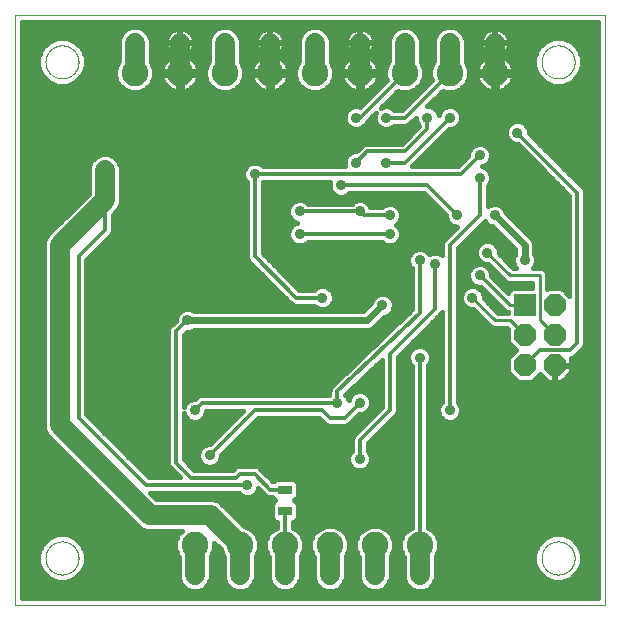
<source format=gbl>
G75*
%MOIN*%
%OFA0B0*%
%FSLAX25Y25*%
%IPPOS*%
%LPD*%
%AMOC8*
5,1,8,0,0,1.08239X$1,22.5*
%
%ADD10C,0.00000*%
%ADD11C,0.05937*%
%ADD12C,0.08858*%
%ADD13C,0.06600*%
%ADD14R,0.07400X0.07400*%
%ADD15OC8,0.07400*%
%ADD16R,0.04724X0.03150*%
%ADD17C,0.01600*%
%ADD18C,0.03569*%
%ADD19C,0.01200*%
%ADD20C,0.02400*%
%ADD21C,0.07000*%
%ADD22C,0.01000*%
D10*
X0011800Y0016800D02*
X0011800Y0213650D01*
X0208650Y0213650D01*
X0208650Y0016800D01*
X0011800Y0016800D01*
X0022036Y0032548D02*
X0022038Y0032696D01*
X0022044Y0032844D01*
X0022054Y0032992D01*
X0022068Y0033139D01*
X0022086Y0033286D01*
X0022107Y0033432D01*
X0022133Y0033578D01*
X0022163Y0033723D01*
X0022196Y0033867D01*
X0022234Y0034010D01*
X0022275Y0034152D01*
X0022320Y0034293D01*
X0022368Y0034433D01*
X0022421Y0034572D01*
X0022477Y0034709D01*
X0022537Y0034844D01*
X0022600Y0034978D01*
X0022667Y0035110D01*
X0022738Y0035240D01*
X0022812Y0035368D01*
X0022889Y0035494D01*
X0022970Y0035618D01*
X0023054Y0035740D01*
X0023141Y0035859D01*
X0023232Y0035976D01*
X0023326Y0036091D01*
X0023422Y0036203D01*
X0023522Y0036313D01*
X0023624Y0036419D01*
X0023730Y0036523D01*
X0023838Y0036624D01*
X0023949Y0036722D01*
X0024062Y0036818D01*
X0024178Y0036910D01*
X0024296Y0036999D01*
X0024417Y0037084D01*
X0024540Y0037167D01*
X0024665Y0037246D01*
X0024792Y0037322D01*
X0024921Y0037394D01*
X0025052Y0037463D01*
X0025185Y0037528D01*
X0025320Y0037589D01*
X0025456Y0037647D01*
X0025593Y0037702D01*
X0025732Y0037752D01*
X0025873Y0037799D01*
X0026014Y0037842D01*
X0026157Y0037882D01*
X0026301Y0037917D01*
X0026445Y0037949D01*
X0026591Y0037976D01*
X0026737Y0038000D01*
X0026884Y0038020D01*
X0027031Y0038036D01*
X0027178Y0038048D01*
X0027326Y0038056D01*
X0027474Y0038060D01*
X0027622Y0038060D01*
X0027770Y0038056D01*
X0027918Y0038048D01*
X0028065Y0038036D01*
X0028212Y0038020D01*
X0028359Y0038000D01*
X0028505Y0037976D01*
X0028651Y0037949D01*
X0028795Y0037917D01*
X0028939Y0037882D01*
X0029082Y0037842D01*
X0029223Y0037799D01*
X0029364Y0037752D01*
X0029503Y0037702D01*
X0029640Y0037647D01*
X0029776Y0037589D01*
X0029911Y0037528D01*
X0030044Y0037463D01*
X0030175Y0037394D01*
X0030304Y0037322D01*
X0030431Y0037246D01*
X0030556Y0037167D01*
X0030679Y0037084D01*
X0030800Y0036999D01*
X0030918Y0036910D01*
X0031034Y0036818D01*
X0031147Y0036722D01*
X0031258Y0036624D01*
X0031366Y0036523D01*
X0031472Y0036419D01*
X0031574Y0036313D01*
X0031674Y0036203D01*
X0031770Y0036091D01*
X0031864Y0035976D01*
X0031955Y0035859D01*
X0032042Y0035740D01*
X0032126Y0035618D01*
X0032207Y0035494D01*
X0032284Y0035368D01*
X0032358Y0035240D01*
X0032429Y0035110D01*
X0032496Y0034978D01*
X0032559Y0034844D01*
X0032619Y0034709D01*
X0032675Y0034572D01*
X0032728Y0034433D01*
X0032776Y0034293D01*
X0032821Y0034152D01*
X0032862Y0034010D01*
X0032900Y0033867D01*
X0032933Y0033723D01*
X0032963Y0033578D01*
X0032989Y0033432D01*
X0033010Y0033286D01*
X0033028Y0033139D01*
X0033042Y0032992D01*
X0033052Y0032844D01*
X0033058Y0032696D01*
X0033060Y0032548D01*
X0033058Y0032400D01*
X0033052Y0032252D01*
X0033042Y0032104D01*
X0033028Y0031957D01*
X0033010Y0031810D01*
X0032989Y0031664D01*
X0032963Y0031518D01*
X0032933Y0031373D01*
X0032900Y0031229D01*
X0032862Y0031086D01*
X0032821Y0030944D01*
X0032776Y0030803D01*
X0032728Y0030663D01*
X0032675Y0030524D01*
X0032619Y0030387D01*
X0032559Y0030252D01*
X0032496Y0030118D01*
X0032429Y0029986D01*
X0032358Y0029856D01*
X0032284Y0029728D01*
X0032207Y0029602D01*
X0032126Y0029478D01*
X0032042Y0029356D01*
X0031955Y0029237D01*
X0031864Y0029120D01*
X0031770Y0029005D01*
X0031674Y0028893D01*
X0031574Y0028783D01*
X0031472Y0028677D01*
X0031366Y0028573D01*
X0031258Y0028472D01*
X0031147Y0028374D01*
X0031034Y0028278D01*
X0030918Y0028186D01*
X0030800Y0028097D01*
X0030679Y0028012D01*
X0030556Y0027929D01*
X0030431Y0027850D01*
X0030304Y0027774D01*
X0030175Y0027702D01*
X0030044Y0027633D01*
X0029911Y0027568D01*
X0029776Y0027507D01*
X0029640Y0027449D01*
X0029503Y0027394D01*
X0029364Y0027344D01*
X0029223Y0027297D01*
X0029082Y0027254D01*
X0028939Y0027214D01*
X0028795Y0027179D01*
X0028651Y0027147D01*
X0028505Y0027120D01*
X0028359Y0027096D01*
X0028212Y0027076D01*
X0028065Y0027060D01*
X0027918Y0027048D01*
X0027770Y0027040D01*
X0027622Y0027036D01*
X0027474Y0027036D01*
X0027326Y0027040D01*
X0027178Y0027048D01*
X0027031Y0027060D01*
X0026884Y0027076D01*
X0026737Y0027096D01*
X0026591Y0027120D01*
X0026445Y0027147D01*
X0026301Y0027179D01*
X0026157Y0027214D01*
X0026014Y0027254D01*
X0025873Y0027297D01*
X0025732Y0027344D01*
X0025593Y0027394D01*
X0025456Y0027449D01*
X0025320Y0027507D01*
X0025185Y0027568D01*
X0025052Y0027633D01*
X0024921Y0027702D01*
X0024792Y0027774D01*
X0024665Y0027850D01*
X0024540Y0027929D01*
X0024417Y0028012D01*
X0024296Y0028097D01*
X0024178Y0028186D01*
X0024062Y0028278D01*
X0023949Y0028374D01*
X0023838Y0028472D01*
X0023730Y0028573D01*
X0023624Y0028677D01*
X0023522Y0028783D01*
X0023422Y0028893D01*
X0023326Y0029005D01*
X0023232Y0029120D01*
X0023141Y0029237D01*
X0023054Y0029356D01*
X0022970Y0029478D01*
X0022889Y0029602D01*
X0022812Y0029728D01*
X0022738Y0029856D01*
X0022667Y0029986D01*
X0022600Y0030118D01*
X0022537Y0030252D01*
X0022477Y0030387D01*
X0022421Y0030524D01*
X0022368Y0030663D01*
X0022320Y0030803D01*
X0022275Y0030944D01*
X0022234Y0031086D01*
X0022196Y0031229D01*
X0022163Y0031373D01*
X0022133Y0031518D01*
X0022107Y0031664D01*
X0022086Y0031810D01*
X0022068Y0031957D01*
X0022054Y0032104D01*
X0022044Y0032252D01*
X0022038Y0032400D01*
X0022036Y0032548D01*
X0022036Y0197902D02*
X0022038Y0198050D01*
X0022044Y0198198D01*
X0022054Y0198346D01*
X0022068Y0198493D01*
X0022086Y0198640D01*
X0022107Y0198786D01*
X0022133Y0198932D01*
X0022163Y0199077D01*
X0022196Y0199221D01*
X0022234Y0199364D01*
X0022275Y0199506D01*
X0022320Y0199647D01*
X0022368Y0199787D01*
X0022421Y0199926D01*
X0022477Y0200063D01*
X0022537Y0200198D01*
X0022600Y0200332D01*
X0022667Y0200464D01*
X0022738Y0200594D01*
X0022812Y0200722D01*
X0022889Y0200848D01*
X0022970Y0200972D01*
X0023054Y0201094D01*
X0023141Y0201213D01*
X0023232Y0201330D01*
X0023326Y0201445D01*
X0023422Y0201557D01*
X0023522Y0201667D01*
X0023624Y0201773D01*
X0023730Y0201877D01*
X0023838Y0201978D01*
X0023949Y0202076D01*
X0024062Y0202172D01*
X0024178Y0202264D01*
X0024296Y0202353D01*
X0024417Y0202438D01*
X0024540Y0202521D01*
X0024665Y0202600D01*
X0024792Y0202676D01*
X0024921Y0202748D01*
X0025052Y0202817D01*
X0025185Y0202882D01*
X0025320Y0202943D01*
X0025456Y0203001D01*
X0025593Y0203056D01*
X0025732Y0203106D01*
X0025873Y0203153D01*
X0026014Y0203196D01*
X0026157Y0203236D01*
X0026301Y0203271D01*
X0026445Y0203303D01*
X0026591Y0203330D01*
X0026737Y0203354D01*
X0026884Y0203374D01*
X0027031Y0203390D01*
X0027178Y0203402D01*
X0027326Y0203410D01*
X0027474Y0203414D01*
X0027622Y0203414D01*
X0027770Y0203410D01*
X0027918Y0203402D01*
X0028065Y0203390D01*
X0028212Y0203374D01*
X0028359Y0203354D01*
X0028505Y0203330D01*
X0028651Y0203303D01*
X0028795Y0203271D01*
X0028939Y0203236D01*
X0029082Y0203196D01*
X0029223Y0203153D01*
X0029364Y0203106D01*
X0029503Y0203056D01*
X0029640Y0203001D01*
X0029776Y0202943D01*
X0029911Y0202882D01*
X0030044Y0202817D01*
X0030175Y0202748D01*
X0030304Y0202676D01*
X0030431Y0202600D01*
X0030556Y0202521D01*
X0030679Y0202438D01*
X0030800Y0202353D01*
X0030918Y0202264D01*
X0031034Y0202172D01*
X0031147Y0202076D01*
X0031258Y0201978D01*
X0031366Y0201877D01*
X0031472Y0201773D01*
X0031574Y0201667D01*
X0031674Y0201557D01*
X0031770Y0201445D01*
X0031864Y0201330D01*
X0031955Y0201213D01*
X0032042Y0201094D01*
X0032126Y0200972D01*
X0032207Y0200848D01*
X0032284Y0200722D01*
X0032358Y0200594D01*
X0032429Y0200464D01*
X0032496Y0200332D01*
X0032559Y0200198D01*
X0032619Y0200063D01*
X0032675Y0199926D01*
X0032728Y0199787D01*
X0032776Y0199647D01*
X0032821Y0199506D01*
X0032862Y0199364D01*
X0032900Y0199221D01*
X0032933Y0199077D01*
X0032963Y0198932D01*
X0032989Y0198786D01*
X0033010Y0198640D01*
X0033028Y0198493D01*
X0033042Y0198346D01*
X0033052Y0198198D01*
X0033058Y0198050D01*
X0033060Y0197902D01*
X0033058Y0197754D01*
X0033052Y0197606D01*
X0033042Y0197458D01*
X0033028Y0197311D01*
X0033010Y0197164D01*
X0032989Y0197018D01*
X0032963Y0196872D01*
X0032933Y0196727D01*
X0032900Y0196583D01*
X0032862Y0196440D01*
X0032821Y0196298D01*
X0032776Y0196157D01*
X0032728Y0196017D01*
X0032675Y0195878D01*
X0032619Y0195741D01*
X0032559Y0195606D01*
X0032496Y0195472D01*
X0032429Y0195340D01*
X0032358Y0195210D01*
X0032284Y0195082D01*
X0032207Y0194956D01*
X0032126Y0194832D01*
X0032042Y0194710D01*
X0031955Y0194591D01*
X0031864Y0194474D01*
X0031770Y0194359D01*
X0031674Y0194247D01*
X0031574Y0194137D01*
X0031472Y0194031D01*
X0031366Y0193927D01*
X0031258Y0193826D01*
X0031147Y0193728D01*
X0031034Y0193632D01*
X0030918Y0193540D01*
X0030800Y0193451D01*
X0030679Y0193366D01*
X0030556Y0193283D01*
X0030431Y0193204D01*
X0030304Y0193128D01*
X0030175Y0193056D01*
X0030044Y0192987D01*
X0029911Y0192922D01*
X0029776Y0192861D01*
X0029640Y0192803D01*
X0029503Y0192748D01*
X0029364Y0192698D01*
X0029223Y0192651D01*
X0029082Y0192608D01*
X0028939Y0192568D01*
X0028795Y0192533D01*
X0028651Y0192501D01*
X0028505Y0192474D01*
X0028359Y0192450D01*
X0028212Y0192430D01*
X0028065Y0192414D01*
X0027918Y0192402D01*
X0027770Y0192394D01*
X0027622Y0192390D01*
X0027474Y0192390D01*
X0027326Y0192394D01*
X0027178Y0192402D01*
X0027031Y0192414D01*
X0026884Y0192430D01*
X0026737Y0192450D01*
X0026591Y0192474D01*
X0026445Y0192501D01*
X0026301Y0192533D01*
X0026157Y0192568D01*
X0026014Y0192608D01*
X0025873Y0192651D01*
X0025732Y0192698D01*
X0025593Y0192748D01*
X0025456Y0192803D01*
X0025320Y0192861D01*
X0025185Y0192922D01*
X0025052Y0192987D01*
X0024921Y0193056D01*
X0024792Y0193128D01*
X0024665Y0193204D01*
X0024540Y0193283D01*
X0024417Y0193366D01*
X0024296Y0193451D01*
X0024178Y0193540D01*
X0024062Y0193632D01*
X0023949Y0193728D01*
X0023838Y0193826D01*
X0023730Y0193927D01*
X0023624Y0194031D01*
X0023522Y0194137D01*
X0023422Y0194247D01*
X0023326Y0194359D01*
X0023232Y0194474D01*
X0023141Y0194591D01*
X0023054Y0194710D01*
X0022970Y0194832D01*
X0022889Y0194956D01*
X0022812Y0195082D01*
X0022738Y0195210D01*
X0022667Y0195340D01*
X0022600Y0195472D01*
X0022537Y0195606D01*
X0022477Y0195741D01*
X0022421Y0195878D01*
X0022368Y0196017D01*
X0022320Y0196157D01*
X0022275Y0196298D01*
X0022234Y0196440D01*
X0022196Y0196583D01*
X0022163Y0196727D01*
X0022133Y0196872D01*
X0022107Y0197018D01*
X0022086Y0197164D01*
X0022068Y0197311D01*
X0022054Y0197458D01*
X0022044Y0197606D01*
X0022038Y0197754D01*
X0022036Y0197902D01*
X0187390Y0197902D02*
X0187392Y0198050D01*
X0187398Y0198198D01*
X0187408Y0198346D01*
X0187422Y0198493D01*
X0187440Y0198640D01*
X0187461Y0198786D01*
X0187487Y0198932D01*
X0187517Y0199077D01*
X0187550Y0199221D01*
X0187588Y0199364D01*
X0187629Y0199506D01*
X0187674Y0199647D01*
X0187722Y0199787D01*
X0187775Y0199926D01*
X0187831Y0200063D01*
X0187891Y0200198D01*
X0187954Y0200332D01*
X0188021Y0200464D01*
X0188092Y0200594D01*
X0188166Y0200722D01*
X0188243Y0200848D01*
X0188324Y0200972D01*
X0188408Y0201094D01*
X0188495Y0201213D01*
X0188586Y0201330D01*
X0188680Y0201445D01*
X0188776Y0201557D01*
X0188876Y0201667D01*
X0188978Y0201773D01*
X0189084Y0201877D01*
X0189192Y0201978D01*
X0189303Y0202076D01*
X0189416Y0202172D01*
X0189532Y0202264D01*
X0189650Y0202353D01*
X0189771Y0202438D01*
X0189894Y0202521D01*
X0190019Y0202600D01*
X0190146Y0202676D01*
X0190275Y0202748D01*
X0190406Y0202817D01*
X0190539Y0202882D01*
X0190674Y0202943D01*
X0190810Y0203001D01*
X0190947Y0203056D01*
X0191086Y0203106D01*
X0191227Y0203153D01*
X0191368Y0203196D01*
X0191511Y0203236D01*
X0191655Y0203271D01*
X0191799Y0203303D01*
X0191945Y0203330D01*
X0192091Y0203354D01*
X0192238Y0203374D01*
X0192385Y0203390D01*
X0192532Y0203402D01*
X0192680Y0203410D01*
X0192828Y0203414D01*
X0192976Y0203414D01*
X0193124Y0203410D01*
X0193272Y0203402D01*
X0193419Y0203390D01*
X0193566Y0203374D01*
X0193713Y0203354D01*
X0193859Y0203330D01*
X0194005Y0203303D01*
X0194149Y0203271D01*
X0194293Y0203236D01*
X0194436Y0203196D01*
X0194577Y0203153D01*
X0194718Y0203106D01*
X0194857Y0203056D01*
X0194994Y0203001D01*
X0195130Y0202943D01*
X0195265Y0202882D01*
X0195398Y0202817D01*
X0195529Y0202748D01*
X0195658Y0202676D01*
X0195785Y0202600D01*
X0195910Y0202521D01*
X0196033Y0202438D01*
X0196154Y0202353D01*
X0196272Y0202264D01*
X0196388Y0202172D01*
X0196501Y0202076D01*
X0196612Y0201978D01*
X0196720Y0201877D01*
X0196826Y0201773D01*
X0196928Y0201667D01*
X0197028Y0201557D01*
X0197124Y0201445D01*
X0197218Y0201330D01*
X0197309Y0201213D01*
X0197396Y0201094D01*
X0197480Y0200972D01*
X0197561Y0200848D01*
X0197638Y0200722D01*
X0197712Y0200594D01*
X0197783Y0200464D01*
X0197850Y0200332D01*
X0197913Y0200198D01*
X0197973Y0200063D01*
X0198029Y0199926D01*
X0198082Y0199787D01*
X0198130Y0199647D01*
X0198175Y0199506D01*
X0198216Y0199364D01*
X0198254Y0199221D01*
X0198287Y0199077D01*
X0198317Y0198932D01*
X0198343Y0198786D01*
X0198364Y0198640D01*
X0198382Y0198493D01*
X0198396Y0198346D01*
X0198406Y0198198D01*
X0198412Y0198050D01*
X0198414Y0197902D01*
X0198412Y0197754D01*
X0198406Y0197606D01*
X0198396Y0197458D01*
X0198382Y0197311D01*
X0198364Y0197164D01*
X0198343Y0197018D01*
X0198317Y0196872D01*
X0198287Y0196727D01*
X0198254Y0196583D01*
X0198216Y0196440D01*
X0198175Y0196298D01*
X0198130Y0196157D01*
X0198082Y0196017D01*
X0198029Y0195878D01*
X0197973Y0195741D01*
X0197913Y0195606D01*
X0197850Y0195472D01*
X0197783Y0195340D01*
X0197712Y0195210D01*
X0197638Y0195082D01*
X0197561Y0194956D01*
X0197480Y0194832D01*
X0197396Y0194710D01*
X0197309Y0194591D01*
X0197218Y0194474D01*
X0197124Y0194359D01*
X0197028Y0194247D01*
X0196928Y0194137D01*
X0196826Y0194031D01*
X0196720Y0193927D01*
X0196612Y0193826D01*
X0196501Y0193728D01*
X0196388Y0193632D01*
X0196272Y0193540D01*
X0196154Y0193451D01*
X0196033Y0193366D01*
X0195910Y0193283D01*
X0195785Y0193204D01*
X0195658Y0193128D01*
X0195529Y0193056D01*
X0195398Y0192987D01*
X0195265Y0192922D01*
X0195130Y0192861D01*
X0194994Y0192803D01*
X0194857Y0192748D01*
X0194718Y0192698D01*
X0194577Y0192651D01*
X0194436Y0192608D01*
X0194293Y0192568D01*
X0194149Y0192533D01*
X0194005Y0192501D01*
X0193859Y0192474D01*
X0193713Y0192450D01*
X0193566Y0192430D01*
X0193419Y0192414D01*
X0193272Y0192402D01*
X0193124Y0192394D01*
X0192976Y0192390D01*
X0192828Y0192390D01*
X0192680Y0192394D01*
X0192532Y0192402D01*
X0192385Y0192414D01*
X0192238Y0192430D01*
X0192091Y0192450D01*
X0191945Y0192474D01*
X0191799Y0192501D01*
X0191655Y0192533D01*
X0191511Y0192568D01*
X0191368Y0192608D01*
X0191227Y0192651D01*
X0191086Y0192698D01*
X0190947Y0192748D01*
X0190810Y0192803D01*
X0190674Y0192861D01*
X0190539Y0192922D01*
X0190406Y0192987D01*
X0190275Y0193056D01*
X0190146Y0193128D01*
X0190019Y0193204D01*
X0189894Y0193283D01*
X0189771Y0193366D01*
X0189650Y0193451D01*
X0189532Y0193540D01*
X0189416Y0193632D01*
X0189303Y0193728D01*
X0189192Y0193826D01*
X0189084Y0193927D01*
X0188978Y0194031D01*
X0188876Y0194137D01*
X0188776Y0194247D01*
X0188680Y0194359D01*
X0188586Y0194474D01*
X0188495Y0194591D01*
X0188408Y0194710D01*
X0188324Y0194832D01*
X0188243Y0194956D01*
X0188166Y0195082D01*
X0188092Y0195210D01*
X0188021Y0195340D01*
X0187954Y0195472D01*
X0187891Y0195606D01*
X0187831Y0195741D01*
X0187775Y0195878D01*
X0187722Y0196017D01*
X0187674Y0196157D01*
X0187629Y0196298D01*
X0187588Y0196440D01*
X0187550Y0196583D01*
X0187517Y0196727D01*
X0187487Y0196872D01*
X0187461Y0197018D01*
X0187440Y0197164D01*
X0187422Y0197311D01*
X0187408Y0197458D01*
X0187398Y0197606D01*
X0187392Y0197754D01*
X0187390Y0197902D01*
X0187390Y0032548D02*
X0187392Y0032696D01*
X0187398Y0032844D01*
X0187408Y0032992D01*
X0187422Y0033139D01*
X0187440Y0033286D01*
X0187461Y0033432D01*
X0187487Y0033578D01*
X0187517Y0033723D01*
X0187550Y0033867D01*
X0187588Y0034010D01*
X0187629Y0034152D01*
X0187674Y0034293D01*
X0187722Y0034433D01*
X0187775Y0034572D01*
X0187831Y0034709D01*
X0187891Y0034844D01*
X0187954Y0034978D01*
X0188021Y0035110D01*
X0188092Y0035240D01*
X0188166Y0035368D01*
X0188243Y0035494D01*
X0188324Y0035618D01*
X0188408Y0035740D01*
X0188495Y0035859D01*
X0188586Y0035976D01*
X0188680Y0036091D01*
X0188776Y0036203D01*
X0188876Y0036313D01*
X0188978Y0036419D01*
X0189084Y0036523D01*
X0189192Y0036624D01*
X0189303Y0036722D01*
X0189416Y0036818D01*
X0189532Y0036910D01*
X0189650Y0036999D01*
X0189771Y0037084D01*
X0189894Y0037167D01*
X0190019Y0037246D01*
X0190146Y0037322D01*
X0190275Y0037394D01*
X0190406Y0037463D01*
X0190539Y0037528D01*
X0190674Y0037589D01*
X0190810Y0037647D01*
X0190947Y0037702D01*
X0191086Y0037752D01*
X0191227Y0037799D01*
X0191368Y0037842D01*
X0191511Y0037882D01*
X0191655Y0037917D01*
X0191799Y0037949D01*
X0191945Y0037976D01*
X0192091Y0038000D01*
X0192238Y0038020D01*
X0192385Y0038036D01*
X0192532Y0038048D01*
X0192680Y0038056D01*
X0192828Y0038060D01*
X0192976Y0038060D01*
X0193124Y0038056D01*
X0193272Y0038048D01*
X0193419Y0038036D01*
X0193566Y0038020D01*
X0193713Y0038000D01*
X0193859Y0037976D01*
X0194005Y0037949D01*
X0194149Y0037917D01*
X0194293Y0037882D01*
X0194436Y0037842D01*
X0194577Y0037799D01*
X0194718Y0037752D01*
X0194857Y0037702D01*
X0194994Y0037647D01*
X0195130Y0037589D01*
X0195265Y0037528D01*
X0195398Y0037463D01*
X0195529Y0037394D01*
X0195658Y0037322D01*
X0195785Y0037246D01*
X0195910Y0037167D01*
X0196033Y0037084D01*
X0196154Y0036999D01*
X0196272Y0036910D01*
X0196388Y0036818D01*
X0196501Y0036722D01*
X0196612Y0036624D01*
X0196720Y0036523D01*
X0196826Y0036419D01*
X0196928Y0036313D01*
X0197028Y0036203D01*
X0197124Y0036091D01*
X0197218Y0035976D01*
X0197309Y0035859D01*
X0197396Y0035740D01*
X0197480Y0035618D01*
X0197561Y0035494D01*
X0197638Y0035368D01*
X0197712Y0035240D01*
X0197783Y0035110D01*
X0197850Y0034978D01*
X0197913Y0034844D01*
X0197973Y0034709D01*
X0198029Y0034572D01*
X0198082Y0034433D01*
X0198130Y0034293D01*
X0198175Y0034152D01*
X0198216Y0034010D01*
X0198254Y0033867D01*
X0198287Y0033723D01*
X0198317Y0033578D01*
X0198343Y0033432D01*
X0198364Y0033286D01*
X0198382Y0033139D01*
X0198396Y0032992D01*
X0198406Y0032844D01*
X0198412Y0032696D01*
X0198414Y0032548D01*
X0198412Y0032400D01*
X0198406Y0032252D01*
X0198396Y0032104D01*
X0198382Y0031957D01*
X0198364Y0031810D01*
X0198343Y0031664D01*
X0198317Y0031518D01*
X0198287Y0031373D01*
X0198254Y0031229D01*
X0198216Y0031086D01*
X0198175Y0030944D01*
X0198130Y0030803D01*
X0198082Y0030663D01*
X0198029Y0030524D01*
X0197973Y0030387D01*
X0197913Y0030252D01*
X0197850Y0030118D01*
X0197783Y0029986D01*
X0197712Y0029856D01*
X0197638Y0029728D01*
X0197561Y0029602D01*
X0197480Y0029478D01*
X0197396Y0029356D01*
X0197309Y0029237D01*
X0197218Y0029120D01*
X0197124Y0029005D01*
X0197028Y0028893D01*
X0196928Y0028783D01*
X0196826Y0028677D01*
X0196720Y0028573D01*
X0196612Y0028472D01*
X0196501Y0028374D01*
X0196388Y0028278D01*
X0196272Y0028186D01*
X0196154Y0028097D01*
X0196033Y0028012D01*
X0195910Y0027929D01*
X0195785Y0027850D01*
X0195658Y0027774D01*
X0195529Y0027702D01*
X0195398Y0027633D01*
X0195265Y0027568D01*
X0195130Y0027507D01*
X0194994Y0027449D01*
X0194857Y0027394D01*
X0194718Y0027344D01*
X0194577Y0027297D01*
X0194436Y0027254D01*
X0194293Y0027214D01*
X0194149Y0027179D01*
X0194005Y0027147D01*
X0193859Y0027120D01*
X0193713Y0027096D01*
X0193566Y0027076D01*
X0193419Y0027060D01*
X0193272Y0027048D01*
X0193124Y0027040D01*
X0192976Y0027036D01*
X0192828Y0027036D01*
X0192680Y0027040D01*
X0192532Y0027048D01*
X0192385Y0027060D01*
X0192238Y0027076D01*
X0192091Y0027096D01*
X0191945Y0027120D01*
X0191799Y0027147D01*
X0191655Y0027179D01*
X0191511Y0027214D01*
X0191368Y0027254D01*
X0191227Y0027297D01*
X0191086Y0027344D01*
X0190947Y0027394D01*
X0190810Y0027449D01*
X0190674Y0027507D01*
X0190539Y0027568D01*
X0190406Y0027633D01*
X0190275Y0027702D01*
X0190146Y0027774D01*
X0190019Y0027850D01*
X0189894Y0027929D01*
X0189771Y0028012D01*
X0189650Y0028097D01*
X0189532Y0028186D01*
X0189416Y0028278D01*
X0189303Y0028374D01*
X0189192Y0028472D01*
X0189084Y0028573D01*
X0188978Y0028677D01*
X0188876Y0028783D01*
X0188776Y0028893D01*
X0188680Y0029005D01*
X0188586Y0029120D01*
X0188495Y0029237D01*
X0188408Y0029356D01*
X0188324Y0029478D01*
X0188243Y0029602D01*
X0188166Y0029728D01*
X0188092Y0029856D01*
X0188021Y0029986D01*
X0187954Y0030118D01*
X0187891Y0030252D01*
X0187831Y0030387D01*
X0187775Y0030524D01*
X0187722Y0030663D01*
X0187674Y0030803D01*
X0187629Y0030944D01*
X0187588Y0031086D01*
X0187550Y0031229D01*
X0187517Y0031373D01*
X0187487Y0031518D01*
X0187461Y0031664D01*
X0187440Y0031810D01*
X0187422Y0031957D01*
X0187408Y0032104D01*
X0187398Y0032252D01*
X0187392Y0032400D01*
X0187390Y0032548D01*
D11*
X0146800Y0026800D03*
X0131800Y0026800D03*
X0116800Y0026800D03*
X0101800Y0026800D03*
X0086800Y0026800D03*
X0071800Y0026800D03*
X0066800Y0204300D03*
X0051800Y0204300D03*
X0081800Y0204300D03*
X0096800Y0204300D03*
X0111800Y0204300D03*
X0126800Y0204300D03*
X0141800Y0204300D03*
X0156800Y0204300D03*
X0171800Y0204300D03*
D12*
X0171800Y0194300D03*
X0156800Y0194300D03*
X0141800Y0194300D03*
X0126800Y0194300D03*
X0111800Y0194300D03*
X0096800Y0194300D03*
X0081800Y0194300D03*
X0066800Y0194300D03*
X0051800Y0194300D03*
X0071800Y0036800D03*
X0086800Y0036800D03*
X0101800Y0036800D03*
X0116800Y0036800D03*
X0131800Y0036800D03*
X0146800Y0036800D03*
D13*
X0146800Y0026800D01*
X0131800Y0026800D02*
X0131800Y0036800D01*
X0116800Y0036800D02*
X0116800Y0026800D01*
X0101800Y0026800D02*
X0101800Y0036800D01*
X0086800Y0036800D02*
X0086800Y0026800D01*
X0071800Y0026800D02*
X0071800Y0036800D01*
X0076800Y0046800D02*
X0056800Y0046800D01*
X0026800Y0076800D01*
X0026800Y0136800D01*
X0041800Y0151800D01*
X0041800Y0156800D01*
X0041800Y0161800D01*
X0051800Y0194300D02*
X0051800Y0204300D01*
X0066800Y0204300D02*
X0066800Y0194300D01*
X0081800Y0194300D02*
X0081800Y0204300D01*
X0096800Y0204300D02*
X0096800Y0194300D01*
X0111800Y0194300D02*
X0111800Y0204300D01*
X0126800Y0204300D02*
X0126800Y0194300D01*
X0141800Y0194300D02*
X0141800Y0204300D01*
X0156800Y0204300D02*
X0156800Y0194300D01*
X0171800Y0194300D02*
X0171800Y0204300D01*
D14*
X0181800Y0116800D03*
D15*
X0191800Y0116800D03*
X0191800Y0106800D03*
X0191800Y0096800D03*
X0181800Y0096800D03*
X0181800Y0106800D03*
D16*
X0101800Y0055343D03*
X0101800Y0048257D03*
D17*
X0106162Y0048770D02*
X0144200Y0048770D01*
X0144200Y0047172D02*
X0106162Y0047172D01*
X0106162Y0045853D02*
X0106162Y0050660D01*
X0105022Y0051800D01*
X0106162Y0052940D01*
X0106162Y0057747D01*
X0104991Y0058918D01*
X0098609Y0058918D01*
X0097859Y0058168D01*
X0094004Y0062023D01*
X0093273Y0062754D01*
X0092317Y0063150D01*
X0086283Y0063150D01*
X0085327Y0062754D01*
X0084473Y0061900D01*
X0071627Y0061900D01*
X0068150Y0065377D01*
X0068150Y0080723D01*
X0068592Y0079656D01*
X0069656Y0078592D01*
X0071047Y0078016D01*
X0072553Y0078016D01*
X0073944Y0078592D01*
X0075008Y0079656D01*
X0075584Y0081047D01*
X0075584Y0081700D01*
X0088023Y0081700D01*
X0076907Y0070584D01*
X0076047Y0070584D01*
X0074656Y0070008D01*
X0073592Y0068944D01*
X0073016Y0067553D01*
X0073016Y0066047D01*
X0073592Y0064656D01*
X0074656Y0063592D01*
X0076047Y0063016D01*
X0077553Y0063016D01*
X0078944Y0063592D01*
X0080008Y0064656D01*
X0080584Y0066047D01*
X0080584Y0066907D01*
X0092877Y0079200D01*
X0113223Y0079200D01*
X0115327Y0077096D01*
X0116283Y0076700D01*
X0122317Y0076700D01*
X0123273Y0077096D01*
X0124004Y0077827D01*
X0126693Y0080516D01*
X0127553Y0080516D01*
X0128944Y0081092D01*
X0130008Y0082156D01*
X0130584Y0083547D01*
X0130584Y0085053D01*
X0130008Y0086444D01*
X0128944Y0087508D01*
X0127553Y0088084D01*
X0126047Y0088084D01*
X0124656Y0087508D01*
X0123592Y0086444D01*
X0123050Y0085135D01*
X0122508Y0086444D01*
X0121958Y0086993D01*
X0134200Y0098678D01*
X0134200Y0082877D01*
X0124596Y0073273D01*
X0124200Y0072317D01*
X0124200Y0068302D01*
X0123592Y0067694D01*
X0123016Y0066303D01*
X0123016Y0064797D01*
X0123592Y0063406D01*
X0124656Y0062342D01*
X0126047Y0061766D01*
X0127553Y0061766D01*
X0128944Y0062342D01*
X0130008Y0063406D01*
X0130584Y0064797D01*
X0130584Y0066303D01*
X0130008Y0067694D01*
X0129400Y0068302D01*
X0129400Y0070723D01*
X0138273Y0079596D01*
X0139004Y0080327D01*
X0139400Y0081283D01*
X0139400Y0099473D01*
X0153273Y0113346D01*
X0154004Y0114077D01*
X0154200Y0114550D01*
X0154200Y0084552D01*
X0153592Y0083944D01*
X0153016Y0082553D01*
X0153016Y0081047D01*
X0153592Y0079656D01*
X0154656Y0078592D01*
X0156047Y0078016D01*
X0157553Y0078016D01*
X0158944Y0078592D01*
X0160008Y0079656D01*
X0160584Y0081047D01*
X0160584Y0082553D01*
X0160008Y0083944D01*
X0159400Y0084552D01*
X0159400Y0135723D01*
X0168516Y0144839D01*
X0168592Y0144656D01*
X0169656Y0143592D01*
X0171047Y0143016D01*
X0171059Y0143016D01*
X0178600Y0135475D01*
X0178600Y0133952D01*
X0178592Y0133944D01*
X0178016Y0132553D01*
X0178016Y0131047D01*
X0178592Y0129656D01*
X0178948Y0129300D01*
X0177836Y0129300D01*
X0173084Y0134051D01*
X0173084Y0135053D01*
X0172508Y0136444D01*
X0171444Y0137508D01*
X0170053Y0138084D01*
X0168547Y0138084D01*
X0167156Y0137508D01*
X0166092Y0136444D01*
X0165516Y0135053D01*
X0165516Y0133547D01*
X0166092Y0132156D01*
X0167156Y0131092D01*
X0168547Y0130516D01*
X0169549Y0130516D01*
X0175384Y0124681D01*
X0176303Y0124300D01*
X0184300Y0124300D01*
X0184300Y0122500D01*
X0177272Y0122500D01*
X0176100Y0121328D01*
X0176100Y0121036D01*
X0170584Y0126551D01*
X0170584Y0127553D01*
X0170008Y0128944D01*
X0168944Y0130008D01*
X0167553Y0130584D01*
X0166047Y0130584D01*
X0164656Y0130008D01*
X0163592Y0128944D01*
X0163016Y0127553D01*
X0163016Y0126047D01*
X0163592Y0124656D01*
X0164656Y0123592D01*
X0166047Y0123016D01*
X0167049Y0123016D01*
X0175384Y0114681D01*
X0176100Y0114384D01*
X0176100Y0114300D01*
X0172836Y0114300D01*
X0168084Y0119051D01*
X0168084Y0120053D01*
X0167508Y0121444D01*
X0166444Y0122508D01*
X0165053Y0123084D01*
X0163547Y0123084D01*
X0162156Y0122508D01*
X0161092Y0121444D01*
X0160516Y0120053D01*
X0160516Y0118547D01*
X0161092Y0117156D01*
X0162156Y0116092D01*
X0163547Y0115516D01*
X0164549Y0115516D01*
X0170384Y0109681D01*
X0171303Y0109300D01*
X0175764Y0109300D01*
X0176100Y0108964D01*
X0176100Y0104439D01*
X0178739Y0101800D01*
X0176100Y0099161D01*
X0176100Y0094439D01*
X0179439Y0091100D01*
X0184161Y0091100D01*
X0186941Y0093880D01*
X0189522Y0091300D01*
X0191600Y0091300D01*
X0191600Y0096600D01*
X0192000Y0096600D01*
X0192000Y0097000D01*
X0197300Y0097000D01*
X0197300Y0099078D01*
X0197178Y0099200D01*
X0197317Y0099200D01*
X0198273Y0099596D01*
X0200773Y0102096D01*
X0201504Y0102827D01*
X0201900Y0103783D01*
X0201900Y0154817D01*
X0201504Y0155773D01*
X0183084Y0174193D01*
X0183084Y0175053D01*
X0182508Y0176444D01*
X0181444Y0177508D01*
X0180053Y0178084D01*
X0178547Y0178084D01*
X0177156Y0177508D01*
X0176092Y0176444D01*
X0175516Y0175053D01*
X0175516Y0173547D01*
X0176092Y0172156D01*
X0177156Y0171092D01*
X0178547Y0170516D01*
X0179407Y0170516D01*
X0196700Y0153223D01*
X0196700Y0119961D01*
X0194161Y0122500D01*
X0189439Y0122500D01*
X0189300Y0122361D01*
X0189300Y0127297D01*
X0188919Y0128216D01*
X0188216Y0128919D01*
X0187297Y0129300D01*
X0184652Y0129300D01*
X0185008Y0129656D01*
X0185584Y0131047D01*
X0185584Y0132553D01*
X0185008Y0133944D01*
X0185000Y0133952D01*
X0185000Y0137437D01*
X0184513Y0138613D01*
X0175584Y0147541D01*
X0175584Y0147553D01*
X0175008Y0148944D01*
X0173944Y0150008D01*
X0172553Y0150584D01*
X0171047Y0150584D01*
X0169656Y0150008D01*
X0169400Y0149752D01*
X0169400Y0156548D01*
X0170008Y0157156D01*
X0170584Y0158547D01*
X0170584Y0160053D01*
X0170008Y0161444D01*
X0168944Y0162508D01*
X0167635Y0163050D01*
X0168944Y0163592D01*
X0170008Y0164656D01*
X0170584Y0166047D01*
X0170584Y0167553D01*
X0170008Y0168944D01*
X0168944Y0170008D01*
X0167553Y0170584D01*
X0166047Y0170584D01*
X0164656Y0170008D01*
X0163592Y0168944D01*
X0163016Y0167553D01*
X0163016Y0166693D01*
X0159473Y0163150D01*
X0144327Y0163150D01*
X0156693Y0175516D01*
X0157553Y0175516D01*
X0158944Y0176092D01*
X0160008Y0177156D01*
X0160584Y0178547D01*
X0160584Y0180053D01*
X0160008Y0181444D01*
X0158944Y0182508D01*
X0157553Y0183084D01*
X0156047Y0183084D01*
X0154656Y0182508D01*
X0153592Y0181444D01*
X0153050Y0180135D01*
X0152508Y0181444D01*
X0151444Y0182508D01*
X0150053Y0183084D01*
X0149261Y0183084D01*
X0154479Y0188302D01*
X0155521Y0187871D01*
X0158079Y0187871D01*
X0160442Y0188850D01*
X0162250Y0190658D01*
X0163229Y0193021D01*
X0163229Y0195579D01*
X0162250Y0197942D01*
X0162100Y0198092D01*
X0162100Y0205354D01*
X0161293Y0207302D01*
X0159802Y0208793D01*
X0157854Y0209600D01*
X0155746Y0209600D01*
X0153798Y0208793D01*
X0152307Y0207302D01*
X0151500Y0205354D01*
X0151500Y0198092D01*
X0151350Y0197942D01*
X0150371Y0195579D01*
X0150371Y0193021D01*
X0150802Y0191979D01*
X0140723Y0181900D01*
X0138302Y0181900D01*
X0137694Y0182508D01*
X0136303Y0183084D01*
X0134797Y0183084D01*
X0133882Y0182705D01*
X0139479Y0188302D01*
X0140521Y0187871D01*
X0143079Y0187871D01*
X0145442Y0188850D01*
X0147250Y0190658D01*
X0148229Y0193021D01*
X0148229Y0195579D01*
X0147250Y0197942D01*
X0147100Y0198092D01*
X0147100Y0205354D01*
X0146293Y0207302D01*
X0144802Y0208793D01*
X0142854Y0209600D01*
X0140746Y0209600D01*
X0138798Y0208793D01*
X0137307Y0207302D01*
X0136500Y0205354D01*
X0136500Y0198092D01*
X0136350Y0197942D01*
X0135371Y0195579D01*
X0135371Y0193021D01*
X0135802Y0191979D01*
X0126730Y0182907D01*
X0126303Y0183084D01*
X0124797Y0183084D01*
X0123406Y0182508D01*
X0122342Y0181444D01*
X0121766Y0180053D01*
X0121766Y0178547D01*
X0122342Y0177156D01*
X0123406Y0176092D01*
X0124797Y0175516D01*
X0126303Y0175516D01*
X0127694Y0176092D01*
X0128758Y0177156D01*
X0129059Y0177882D01*
X0132145Y0180968D01*
X0131766Y0180053D01*
X0131766Y0178547D01*
X0132342Y0177156D01*
X0133406Y0176092D01*
X0134797Y0175516D01*
X0136303Y0175516D01*
X0137694Y0176092D01*
X0138302Y0176700D01*
X0142317Y0176700D01*
X0143273Y0177096D01*
X0145516Y0179339D01*
X0145516Y0178547D01*
X0146092Y0177156D01*
X0146661Y0176588D01*
X0140723Y0170650D01*
X0128783Y0170650D01*
X0127827Y0170254D01*
X0125657Y0168084D01*
X0124797Y0168084D01*
X0123406Y0167508D01*
X0122342Y0166444D01*
X0121766Y0165053D01*
X0121766Y0163547D01*
X0121930Y0163150D01*
X0094552Y0163150D01*
X0093944Y0163758D01*
X0092553Y0164334D01*
X0091047Y0164334D01*
X0089656Y0163758D01*
X0088592Y0162694D01*
X0088016Y0161303D01*
X0088016Y0159797D01*
X0088592Y0158406D01*
X0089200Y0157798D01*
X0089200Y0132533D01*
X0089596Y0131577D01*
X0103346Y0117827D01*
X0104077Y0117096D01*
X0105033Y0116700D01*
X0111548Y0116700D01*
X0112156Y0116092D01*
X0113547Y0115516D01*
X0115053Y0115516D01*
X0116444Y0116092D01*
X0117508Y0117156D01*
X0118084Y0118547D01*
X0118084Y0120053D01*
X0117508Y0121444D01*
X0116444Y0122508D01*
X0115053Y0123084D01*
X0113547Y0123084D01*
X0112156Y0122508D01*
X0111548Y0121900D01*
X0106627Y0121900D01*
X0094400Y0134127D01*
X0094400Y0157798D01*
X0094552Y0157950D01*
X0116930Y0157950D01*
X0116766Y0157553D01*
X0116766Y0156047D01*
X0117342Y0154656D01*
X0118406Y0153592D01*
X0119797Y0153016D01*
X0121303Y0153016D01*
X0122694Y0153592D01*
X0123302Y0154200D01*
X0148223Y0154200D01*
X0155516Y0146907D01*
X0155516Y0146047D01*
X0156092Y0144656D01*
X0157156Y0143592D01*
X0158547Y0143016D01*
X0159339Y0143016D01*
X0155327Y0139004D01*
X0154596Y0138273D01*
X0154200Y0137317D01*
X0154200Y0133502D01*
X0153944Y0133758D01*
X0152553Y0134334D01*
X0151047Y0134334D01*
X0150022Y0133910D01*
X0150008Y0133944D01*
X0148944Y0135008D01*
X0147553Y0135584D01*
X0146047Y0135584D01*
X0144656Y0135008D01*
X0143592Y0133944D01*
X0143016Y0132553D01*
X0143016Y0131047D01*
X0143592Y0129656D01*
X0144200Y0129048D01*
X0144200Y0115413D01*
X0117856Y0090266D01*
X0117827Y0090254D01*
X0117483Y0089910D01*
X0117131Y0089574D01*
X0117118Y0089545D01*
X0117096Y0089523D01*
X0116910Y0089073D01*
X0116713Y0088627D01*
X0116712Y0088596D01*
X0116700Y0088567D01*
X0116700Y0088080D01*
X0116689Y0087593D01*
X0116700Y0087564D01*
X0116700Y0087052D01*
X0116548Y0086900D01*
X0073783Y0086900D01*
X0072827Y0086504D01*
X0071907Y0085584D01*
X0071047Y0085584D01*
X0069656Y0085008D01*
X0068592Y0083944D01*
X0068150Y0082877D01*
X0068150Y0106973D01*
X0069193Y0108016D01*
X0070053Y0108016D01*
X0071444Y0108592D01*
X0071452Y0108600D01*
X0129937Y0108600D01*
X0131113Y0109087D01*
X0132013Y0109987D01*
X0132013Y0109987D01*
X0135041Y0113016D01*
X0135053Y0113016D01*
X0136444Y0113592D01*
X0137508Y0114656D01*
X0138084Y0116047D01*
X0138084Y0117553D01*
X0137508Y0118944D01*
X0136444Y0120008D01*
X0135053Y0120584D01*
X0133547Y0120584D01*
X0132156Y0120008D01*
X0131092Y0118944D01*
X0130516Y0117553D01*
X0130516Y0117541D01*
X0127975Y0115000D01*
X0071452Y0115000D01*
X0071444Y0115008D01*
X0070053Y0115584D01*
X0068547Y0115584D01*
X0067156Y0115008D01*
X0066092Y0113944D01*
X0065516Y0112553D01*
X0065516Y0111693D01*
X0063346Y0109523D01*
X0062950Y0108567D01*
X0062950Y0063783D01*
X0063346Y0062827D01*
X0064077Y0062096D01*
X0066773Y0059400D01*
X0056627Y0059400D01*
X0035650Y0080377D01*
X0035650Y0131973D01*
X0044004Y0140327D01*
X0044400Y0141283D01*
X0044400Y0146905D01*
X0044802Y0147307D01*
X0046293Y0148798D01*
X0047100Y0150746D01*
X0047100Y0162854D01*
X0046293Y0164802D01*
X0044802Y0166293D01*
X0042854Y0167100D01*
X0040746Y0167100D01*
X0038798Y0166293D01*
X0037307Y0164802D01*
X0036500Y0162854D01*
X0036500Y0153995D01*
X0022307Y0139802D01*
X0021500Y0137854D01*
X0021500Y0075746D01*
X0022307Y0073798D01*
X0023798Y0072307D01*
X0053798Y0042307D01*
X0055746Y0041500D01*
X0067408Y0041500D01*
X0066350Y0040442D01*
X0065371Y0038079D01*
X0065371Y0035521D01*
X0066350Y0033158D01*
X0066500Y0033008D01*
X0066500Y0025746D01*
X0067307Y0023798D01*
X0068798Y0022307D01*
X0070746Y0021500D01*
X0072854Y0021500D01*
X0074802Y0022307D01*
X0076293Y0023798D01*
X0077100Y0025746D01*
X0077100Y0033008D01*
X0077250Y0033158D01*
X0078229Y0035521D01*
X0078229Y0037593D01*
X0080421Y0035401D01*
X0081350Y0033158D01*
X0081500Y0033008D01*
X0081500Y0025746D01*
X0082307Y0023798D01*
X0083798Y0022307D01*
X0085746Y0021500D01*
X0087854Y0021500D01*
X0089802Y0022307D01*
X0091293Y0023798D01*
X0092100Y0025746D01*
X0092100Y0033008D01*
X0092250Y0033158D01*
X0093229Y0035521D01*
X0093229Y0038079D01*
X0092250Y0040442D01*
X0090442Y0042250D01*
X0088199Y0043179D01*
X0079915Y0051463D01*
X0077894Y0052300D01*
X0075706Y0052300D01*
X0075223Y0052100D01*
X0058995Y0052100D01*
X0056895Y0054200D01*
X0086548Y0054200D01*
X0087156Y0053592D01*
X0088547Y0053016D01*
X0090053Y0053016D01*
X0091444Y0053592D01*
X0092508Y0054656D01*
X0092950Y0055723D01*
X0095534Y0053139D01*
X0096490Y0052743D01*
X0097635Y0052743D01*
X0098578Y0051800D01*
X0097438Y0050660D01*
X0097438Y0045853D01*
X0098609Y0044682D01*
X0099200Y0044682D01*
X0099200Y0042682D01*
X0098158Y0042250D01*
X0096350Y0040442D01*
X0095371Y0038079D01*
X0095371Y0035521D01*
X0096350Y0033158D01*
X0096500Y0033008D01*
X0096500Y0025746D01*
X0097307Y0023798D01*
X0098798Y0022307D01*
X0100746Y0021500D01*
X0102854Y0021500D01*
X0104802Y0022307D01*
X0106293Y0023798D01*
X0107100Y0025746D01*
X0107100Y0033008D01*
X0107250Y0033158D01*
X0108229Y0035521D01*
X0108229Y0038079D01*
X0107250Y0040442D01*
X0105442Y0042250D01*
X0104400Y0042682D01*
X0104400Y0044682D01*
X0104991Y0044682D01*
X0106162Y0045853D01*
X0105882Y0045573D02*
X0144200Y0045573D01*
X0144200Y0043975D02*
X0104400Y0043975D01*
X0105138Y0042376D02*
X0113462Y0042376D01*
X0113158Y0042250D02*
X0111350Y0040442D01*
X0110371Y0038079D01*
X0110371Y0035521D01*
X0111350Y0033158D01*
X0111500Y0033008D01*
X0111500Y0025746D01*
X0112307Y0023798D01*
X0113798Y0022307D01*
X0115746Y0021500D01*
X0117854Y0021500D01*
X0119802Y0022307D01*
X0121293Y0023798D01*
X0122100Y0025746D01*
X0122100Y0033008D01*
X0122250Y0033158D01*
X0123229Y0035521D01*
X0123229Y0038079D01*
X0122250Y0040442D01*
X0120442Y0042250D01*
X0118079Y0043229D01*
X0115521Y0043229D01*
X0113158Y0042250D01*
X0111686Y0040778D02*
X0106914Y0040778D01*
X0107773Y0039179D02*
X0110827Y0039179D01*
X0110371Y0037581D02*
X0108229Y0037581D01*
X0108229Y0035982D02*
X0110371Y0035982D01*
X0110842Y0034384D02*
X0107758Y0034384D01*
X0107100Y0032785D02*
X0111500Y0032785D01*
X0111500Y0031187D02*
X0107100Y0031187D01*
X0107100Y0029588D02*
X0111500Y0029588D01*
X0111500Y0027990D02*
X0107100Y0027990D01*
X0107100Y0026391D02*
X0111500Y0026391D01*
X0111895Y0024793D02*
X0106705Y0024793D01*
X0105689Y0023194D02*
X0112911Y0023194D01*
X0115515Y0021596D02*
X0103085Y0021596D01*
X0100515Y0021596D02*
X0088085Y0021596D01*
X0085515Y0021596D02*
X0073085Y0021596D01*
X0070515Y0021596D02*
X0014200Y0021596D01*
X0014200Y0023194D02*
X0067911Y0023194D01*
X0066895Y0024793D02*
X0029499Y0024793D01*
X0029122Y0024636D02*
X0032030Y0025841D01*
X0034255Y0028066D01*
X0035460Y0030974D01*
X0035460Y0034122D01*
X0034255Y0037030D01*
X0032030Y0039255D01*
X0029122Y0040460D01*
X0025974Y0040460D01*
X0023066Y0039255D01*
X0020841Y0037030D01*
X0019636Y0034122D01*
X0019636Y0030974D01*
X0020841Y0028066D01*
X0023066Y0025841D01*
X0025974Y0024636D01*
X0029122Y0024636D01*
X0032580Y0026391D02*
X0066500Y0026391D01*
X0066500Y0027990D02*
X0034179Y0027990D01*
X0034886Y0029588D02*
X0066500Y0029588D01*
X0066500Y0031187D02*
X0035460Y0031187D01*
X0035460Y0032785D02*
X0066500Y0032785D01*
X0065842Y0034384D02*
X0035351Y0034384D01*
X0034689Y0035982D02*
X0065371Y0035982D01*
X0065371Y0037581D02*
X0033704Y0037581D01*
X0032106Y0039179D02*
X0065827Y0039179D01*
X0066686Y0040778D02*
X0014200Y0040778D01*
X0014200Y0042376D02*
X0053728Y0042376D01*
X0052130Y0043975D02*
X0014200Y0043975D01*
X0014200Y0045573D02*
X0050531Y0045573D01*
X0048933Y0047172D02*
X0014200Y0047172D01*
X0014200Y0048770D02*
X0047334Y0048770D01*
X0045736Y0050369D02*
X0014200Y0050369D01*
X0014200Y0051967D02*
X0044137Y0051967D01*
X0042539Y0053566D02*
X0014200Y0053566D01*
X0014200Y0055164D02*
X0040940Y0055164D01*
X0039342Y0056763D02*
X0014200Y0056763D01*
X0014200Y0058361D02*
X0037743Y0058361D01*
X0036145Y0059960D02*
X0014200Y0059960D01*
X0014200Y0061558D02*
X0034546Y0061558D01*
X0032948Y0063157D02*
X0014200Y0063157D01*
X0014200Y0064755D02*
X0031349Y0064755D01*
X0029751Y0066354D02*
X0014200Y0066354D01*
X0014200Y0067952D02*
X0028152Y0067952D01*
X0026554Y0069551D02*
X0014200Y0069551D01*
X0014200Y0071149D02*
X0024955Y0071149D01*
X0023357Y0072748D02*
X0014200Y0072748D01*
X0014200Y0074346D02*
X0022080Y0074346D01*
X0021500Y0075945D02*
X0014200Y0075945D01*
X0014200Y0077543D02*
X0021500Y0077543D01*
X0021500Y0079142D02*
X0014200Y0079142D01*
X0014200Y0080740D02*
X0021500Y0080740D01*
X0021500Y0082339D02*
X0014200Y0082339D01*
X0014200Y0083937D02*
X0021500Y0083937D01*
X0021500Y0085536D02*
X0014200Y0085536D01*
X0014200Y0087134D02*
X0021500Y0087134D01*
X0021500Y0088733D02*
X0014200Y0088733D01*
X0014200Y0090332D02*
X0021500Y0090332D01*
X0021500Y0091930D02*
X0014200Y0091930D01*
X0014200Y0093529D02*
X0021500Y0093529D01*
X0021500Y0095127D02*
X0014200Y0095127D01*
X0014200Y0096726D02*
X0021500Y0096726D01*
X0021500Y0098324D02*
X0014200Y0098324D01*
X0014200Y0099923D02*
X0021500Y0099923D01*
X0021500Y0101521D02*
X0014200Y0101521D01*
X0014200Y0103120D02*
X0021500Y0103120D01*
X0021500Y0104718D02*
X0014200Y0104718D01*
X0014200Y0106317D02*
X0021500Y0106317D01*
X0021500Y0107915D02*
X0014200Y0107915D01*
X0014200Y0109514D02*
X0021500Y0109514D01*
X0021500Y0111112D02*
X0014200Y0111112D01*
X0014200Y0112711D02*
X0021500Y0112711D01*
X0021500Y0114309D02*
X0014200Y0114309D01*
X0014200Y0115908D02*
X0021500Y0115908D01*
X0021500Y0117506D02*
X0014200Y0117506D01*
X0014200Y0119105D02*
X0021500Y0119105D01*
X0021500Y0120703D02*
X0014200Y0120703D01*
X0014200Y0122302D02*
X0021500Y0122302D01*
X0021500Y0123900D02*
X0014200Y0123900D01*
X0014200Y0125499D02*
X0021500Y0125499D01*
X0021500Y0127097D02*
X0014200Y0127097D01*
X0014200Y0128696D02*
X0021500Y0128696D01*
X0021500Y0130294D02*
X0014200Y0130294D01*
X0014200Y0131893D02*
X0021500Y0131893D01*
X0021500Y0133491D02*
X0014200Y0133491D01*
X0014200Y0135090D02*
X0021500Y0135090D01*
X0021500Y0136688D02*
X0014200Y0136688D01*
X0014200Y0138287D02*
X0021679Y0138287D01*
X0022390Y0139885D02*
X0014200Y0139885D01*
X0014200Y0141484D02*
X0023989Y0141484D01*
X0025587Y0143082D02*
X0014200Y0143082D01*
X0014200Y0144681D02*
X0027186Y0144681D01*
X0028784Y0146279D02*
X0014200Y0146279D01*
X0014200Y0147878D02*
X0030383Y0147878D01*
X0031981Y0149476D02*
X0014200Y0149476D01*
X0014200Y0151075D02*
X0033580Y0151075D01*
X0035178Y0152673D02*
X0014200Y0152673D01*
X0014200Y0154272D02*
X0036500Y0154272D01*
X0036500Y0155870D02*
X0014200Y0155870D01*
X0014200Y0157469D02*
X0036500Y0157469D01*
X0036500Y0159068D02*
X0014200Y0159068D01*
X0014200Y0160666D02*
X0036500Y0160666D01*
X0036500Y0162265D02*
X0014200Y0162265D01*
X0014200Y0163863D02*
X0036918Y0163863D01*
X0037966Y0165462D02*
X0014200Y0165462D01*
X0014200Y0167060D02*
X0040649Y0167060D01*
X0042951Y0167060D02*
X0122958Y0167060D01*
X0121935Y0165462D02*
X0045634Y0165462D01*
X0046682Y0163863D02*
X0089910Y0163863D01*
X0088414Y0162265D02*
X0047100Y0162265D01*
X0047100Y0160666D02*
X0088016Y0160666D01*
X0088318Y0159068D02*
X0047100Y0159068D01*
X0047100Y0157469D02*
X0089200Y0157469D01*
X0089200Y0155870D02*
X0047100Y0155870D01*
X0047100Y0154272D02*
X0089200Y0154272D01*
X0089200Y0152673D02*
X0047100Y0152673D01*
X0047100Y0151075D02*
X0089200Y0151075D01*
X0089200Y0149476D02*
X0046574Y0149476D01*
X0045373Y0147878D02*
X0089200Y0147878D01*
X0089200Y0146279D02*
X0044400Y0146279D01*
X0044400Y0144681D02*
X0089200Y0144681D01*
X0089200Y0143082D02*
X0044400Y0143082D01*
X0044400Y0141484D02*
X0089200Y0141484D01*
X0089200Y0139885D02*
X0043562Y0139885D01*
X0041964Y0138287D02*
X0089200Y0138287D01*
X0089200Y0136688D02*
X0040365Y0136688D01*
X0038767Y0135090D02*
X0089200Y0135090D01*
X0089200Y0133491D02*
X0037168Y0133491D01*
X0035650Y0131893D02*
X0089465Y0131893D01*
X0090879Y0130294D02*
X0035650Y0130294D01*
X0035650Y0128696D02*
X0092477Y0128696D01*
X0094076Y0127097D02*
X0035650Y0127097D01*
X0035650Y0125499D02*
X0095674Y0125499D01*
X0097273Y0123900D02*
X0035650Y0123900D01*
X0035650Y0122302D02*
X0098871Y0122302D01*
X0100470Y0120703D02*
X0035650Y0120703D01*
X0035650Y0119105D02*
X0102068Y0119105D01*
X0103667Y0117506D02*
X0035650Y0117506D01*
X0035650Y0115908D02*
X0112601Y0115908D01*
X0115999Y0115908D02*
X0128882Y0115908D01*
X0130481Y0117506D02*
X0117653Y0117506D01*
X0118084Y0119105D02*
X0131253Y0119105D01*
X0137347Y0119105D02*
X0144200Y0119105D01*
X0144200Y0120703D02*
X0117815Y0120703D01*
X0116650Y0122302D02*
X0144200Y0122302D01*
X0144200Y0123900D02*
X0104627Y0123900D01*
X0106225Y0122302D02*
X0111950Y0122302D01*
X0103028Y0125499D02*
X0144200Y0125499D01*
X0144200Y0127097D02*
X0101430Y0127097D01*
X0099831Y0128696D02*
X0144200Y0128696D01*
X0143328Y0130294D02*
X0098233Y0130294D01*
X0096634Y0131893D02*
X0143016Y0131893D01*
X0143405Y0133491D02*
X0095036Y0133491D01*
X0094400Y0135090D02*
X0144854Y0135090D01*
X0148746Y0135090D02*
X0154200Y0135090D01*
X0154200Y0136688D02*
X0094400Y0136688D01*
X0094400Y0138287D02*
X0103711Y0138287D01*
X0103592Y0138406D02*
X0104656Y0137342D01*
X0106047Y0136766D01*
X0107553Y0136766D01*
X0108944Y0137342D01*
X0109552Y0137950D01*
X0134048Y0137950D01*
X0134656Y0137342D01*
X0136047Y0136766D01*
X0137553Y0136766D01*
X0138944Y0137342D01*
X0140008Y0138406D01*
X0140584Y0139797D01*
X0140584Y0141303D01*
X0140008Y0142694D01*
X0139027Y0143675D01*
X0140008Y0144656D01*
X0140584Y0146047D01*
X0140584Y0147553D01*
X0140008Y0148944D01*
X0138944Y0150008D01*
X0137553Y0150584D01*
X0136047Y0150584D01*
X0134656Y0150008D01*
X0134048Y0149400D01*
X0130337Y0149400D01*
X0130008Y0150194D01*
X0128944Y0151258D01*
X0127553Y0151834D01*
X0126047Y0151834D01*
X0124656Y0151258D01*
X0124048Y0150650D01*
X0109552Y0150650D01*
X0108944Y0151258D01*
X0107553Y0151834D01*
X0106047Y0151834D01*
X0104656Y0151258D01*
X0103592Y0150194D01*
X0103016Y0148803D01*
X0103016Y0147297D01*
X0103592Y0145906D01*
X0104656Y0144842D01*
X0105965Y0144300D01*
X0104656Y0143758D01*
X0103592Y0142694D01*
X0103016Y0141303D01*
X0103016Y0139797D01*
X0103592Y0138406D01*
X0103016Y0139885D02*
X0094400Y0139885D01*
X0094400Y0141484D02*
X0103091Y0141484D01*
X0103981Y0143082D02*
X0094400Y0143082D01*
X0094400Y0144681D02*
X0105045Y0144681D01*
X0103437Y0146279D02*
X0094400Y0146279D01*
X0094400Y0147878D02*
X0103016Y0147878D01*
X0103295Y0149476D02*
X0094400Y0149476D01*
X0094400Y0151075D02*
X0104473Y0151075D01*
X0109127Y0151075D02*
X0124473Y0151075D01*
X0129127Y0151075D02*
X0151348Y0151075D01*
X0149750Y0152673D02*
X0094400Y0152673D01*
X0094400Y0154272D02*
X0117726Y0154272D01*
X0116839Y0155870D02*
X0094400Y0155870D01*
X0094400Y0157469D02*
X0116766Y0157469D01*
X0121766Y0163863D02*
X0093690Y0163863D01*
X0096124Y0188100D02*
X0096124Y0193624D01*
X0090600Y0193624D01*
X0090724Y0192841D01*
X0091027Y0191909D01*
X0091472Y0191035D01*
X0092049Y0190242D01*
X0092742Y0189549D01*
X0093535Y0188972D01*
X0094409Y0188527D01*
X0095341Y0188224D01*
X0096124Y0188100D01*
X0096124Y0189439D02*
X0097476Y0189439D01*
X0097476Y0188100D02*
X0098259Y0188224D01*
X0099191Y0188527D01*
X0100065Y0188972D01*
X0100858Y0189549D01*
X0101551Y0190242D01*
X0102128Y0191035D01*
X0102573Y0191909D01*
X0102876Y0192841D01*
X0103000Y0193624D01*
X0097476Y0193624D01*
X0097476Y0194976D01*
X0103000Y0194976D01*
X0102876Y0195759D01*
X0102573Y0196691D01*
X0102128Y0197565D01*
X0101551Y0198358D01*
X0100858Y0199051D01*
X0100065Y0199628D01*
X0099191Y0200073D01*
X0099079Y0200109D01*
X0099299Y0200222D01*
X0099906Y0200663D01*
X0100437Y0201194D01*
X0100878Y0201801D01*
X0101219Y0202470D01*
X0101451Y0203183D01*
X0101568Y0203925D01*
X0101568Y0204116D01*
X0096984Y0204116D01*
X0096984Y0199531D01*
X0097175Y0199531D01*
X0097476Y0199579D01*
X0097476Y0194976D01*
X0096124Y0194976D01*
X0096124Y0193624D01*
X0097476Y0193624D01*
X0097476Y0188100D01*
X0097476Y0191038D02*
X0096124Y0191038D01*
X0096124Y0192636D02*
X0097476Y0192636D01*
X0097476Y0194235D02*
X0105371Y0194235D01*
X0105371Y0193021D02*
X0106350Y0190658D01*
X0108158Y0188850D01*
X0110521Y0187871D01*
X0113079Y0187871D01*
X0115442Y0188850D01*
X0117250Y0190658D01*
X0118229Y0193021D01*
X0118229Y0195579D01*
X0117250Y0197942D01*
X0117100Y0198092D01*
X0117100Y0205354D01*
X0116293Y0207302D01*
X0114802Y0208793D01*
X0112854Y0209600D01*
X0110746Y0209600D01*
X0108798Y0208793D01*
X0107307Y0207302D01*
X0106500Y0205354D01*
X0106500Y0198092D01*
X0106350Y0197942D01*
X0105371Y0195579D01*
X0105371Y0193021D01*
X0105530Y0192636D02*
X0102809Y0192636D01*
X0102129Y0191038D02*
X0106192Y0191038D01*
X0107569Y0189439D02*
X0100707Y0189439D01*
X0096124Y0194235D02*
X0088229Y0194235D01*
X0088229Y0193021D02*
X0088229Y0195579D01*
X0087250Y0197942D01*
X0087100Y0198092D01*
X0087100Y0205354D01*
X0086293Y0207302D01*
X0084802Y0208793D01*
X0082854Y0209600D01*
X0080746Y0209600D01*
X0078798Y0208793D01*
X0077307Y0207302D01*
X0076500Y0205354D01*
X0076500Y0198092D01*
X0076350Y0197942D01*
X0075371Y0195579D01*
X0075371Y0193021D01*
X0076350Y0190658D01*
X0078158Y0188850D01*
X0080521Y0187871D01*
X0083079Y0187871D01*
X0085442Y0188850D01*
X0087250Y0190658D01*
X0088229Y0193021D01*
X0088070Y0192636D02*
X0090791Y0192636D01*
X0091471Y0191038D02*
X0087408Y0191038D01*
X0086031Y0189439D02*
X0092893Y0189439D01*
X0090600Y0194976D02*
X0096124Y0194976D01*
X0096124Y0199579D01*
X0096425Y0199531D01*
X0096616Y0199531D01*
X0096616Y0204116D01*
X0092031Y0204116D01*
X0092031Y0203925D01*
X0092149Y0203183D01*
X0092381Y0202470D01*
X0092722Y0201801D01*
X0093163Y0201194D01*
X0093694Y0200663D01*
X0094301Y0200222D01*
X0094521Y0200109D01*
X0094409Y0200073D01*
X0093535Y0199628D01*
X0092742Y0199051D01*
X0092049Y0198358D01*
X0091472Y0197565D01*
X0091027Y0196691D01*
X0090724Y0195759D01*
X0090600Y0194976D01*
X0090748Y0195833D02*
X0088124Y0195833D01*
X0087462Y0197432D02*
X0091405Y0197432D01*
X0092721Y0199030D02*
X0087100Y0199030D01*
X0087100Y0200629D02*
X0093740Y0200629D01*
X0092504Y0202227D02*
X0087100Y0202227D01*
X0087100Y0203826D02*
X0092047Y0203826D01*
X0092031Y0204484D02*
X0096616Y0204484D01*
X0096616Y0204116D01*
X0096984Y0204116D01*
X0096984Y0204484D01*
X0096616Y0204484D01*
X0096616Y0209068D01*
X0096425Y0209068D01*
X0095683Y0208951D01*
X0094970Y0208719D01*
X0094301Y0208378D01*
X0093694Y0207937D01*
X0093163Y0207406D01*
X0092722Y0206799D01*
X0092381Y0206130D01*
X0092149Y0205417D01*
X0092031Y0204675D01*
X0092031Y0204484D01*
X0092151Y0205424D02*
X0087071Y0205424D01*
X0086409Y0207023D02*
X0092884Y0207023D01*
X0094778Y0208621D02*
X0084974Y0208621D01*
X0078626Y0208621D02*
X0068822Y0208621D01*
X0068630Y0208719D02*
X0067917Y0208951D01*
X0067175Y0209068D01*
X0066984Y0209068D01*
X0066984Y0204484D01*
X0066616Y0204484D01*
X0066616Y0204116D01*
X0062031Y0204116D01*
X0062031Y0203925D01*
X0062149Y0203183D01*
X0062381Y0202470D01*
X0062722Y0201801D01*
X0063163Y0201194D01*
X0063694Y0200663D01*
X0064301Y0200222D01*
X0064521Y0200109D01*
X0064409Y0200073D01*
X0063535Y0199628D01*
X0062742Y0199051D01*
X0062049Y0198358D01*
X0061472Y0197565D01*
X0061027Y0196691D01*
X0060724Y0195759D01*
X0060600Y0194976D01*
X0066124Y0194976D01*
X0066124Y0193624D01*
X0060600Y0193624D01*
X0060724Y0192841D01*
X0061027Y0191909D01*
X0061472Y0191035D01*
X0062049Y0190242D01*
X0062742Y0189549D01*
X0063535Y0188972D01*
X0064409Y0188527D01*
X0065341Y0188224D01*
X0066124Y0188100D01*
X0066124Y0193624D01*
X0067476Y0193624D01*
X0067476Y0194976D01*
X0073000Y0194976D01*
X0072876Y0195759D01*
X0072573Y0196691D01*
X0072128Y0197565D01*
X0071551Y0198358D01*
X0070858Y0199051D01*
X0070065Y0199628D01*
X0069191Y0200073D01*
X0069079Y0200109D01*
X0069299Y0200222D01*
X0069906Y0200663D01*
X0070437Y0201194D01*
X0070878Y0201801D01*
X0071219Y0202470D01*
X0071451Y0203183D01*
X0071568Y0203925D01*
X0071568Y0204116D01*
X0066984Y0204116D01*
X0066984Y0199531D01*
X0067175Y0199531D01*
X0067476Y0199579D01*
X0067476Y0194976D01*
X0066124Y0194976D01*
X0066124Y0199579D01*
X0066425Y0199531D01*
X0066616Y0199531D01*
X0066616Y0204116D01*
X0066984Y0204116D01*
X0066984Y0204484D01*
X0071568Y0204484D01*
X0071568Y0204675D01*
X0071451Y0205417D01*
X0071219Y0206130D01*
X0070878Y0206799D01*
X0070437Y0207406D01*
X0069906Y0207937D01*
X0069299Y0208378D01*
X0068630Y0208719D01*
X0066984Y0208621D02*
X0066616Y0208621D01*
X0066616Y0209068D02*
X0066425Y0209068D01*
X0065683Y0208951D01*
X0064970Y0208719D01*
X0064301Y0208378D01*
X0063694Y0207937D01*
X0063163Y0207406D01*
X0062722Y0206799D01*
X0062381Y0206130D01*
X0062149Y0205417D01*
X0062031Y0204675D01*
X0062031Y0204484D01*
X0066616Y0204484D01*
X0066616Y0209068D01*
X0064778Y0208621D02*
X0054974Y0208621D01*
X0054802Y0208793D02*
X0052854Y0209600D01*
X0050746Y0209600D01*
X0048798Y0208793D01*
X0047307Y0207302D01*
X0046500Y0205354D01*
X0046500Y0198092D01*
X0046350Y0197942D01*
X0045371Y0195579D01*
X0045371Y0193021D01*
X0046350Y0190658D01*
X0048158Y0188850D01*
X0050521Y0187871D01*
X0053079Y0187871D01*
X0055442Y0188850D01*
X0057250Y0190658D01*
X0058229Y0193021D01*
X0058229Y0195579D01*
X0057250Y0197942D01*
X0057100Y0198092D01*
X0057100Y0205354D01*
X0056293Y0207302D01*
X0054802Y0208793D01*
X0056409Y0207023D02*
X0062884Y0207023D01*
X0062151Y0205424D02*
X0057071Y0205424D01*
X0057100Y0203826D02*
X0062047Y0203826D01*
X0062504Y0202227D02*
X0057100Y0202227D01*
X0057100Y0200629D02*
X0063740Y0200629D01*
X0062721Y0199030D02*
X0057100Y0199030D01*
X0057462Y0197432D02*
X0061405Y0197432D01*
X0060748Y0195833D02*
X0058124Y0195833D01*
X0058229Y0194235D02*
X0066124Y0194235D01*
X0067476Y0194235D02*
X0075371Y0194235D01*
X0075476Y0195833D02*
X0072852Y0195833D01*
X0072195Y0197432D02*
X0076138Y0197432D01*
X0076500Y0199030D02*
X0070879Y0199030D01*
X0069860Y0200629D02*
X0076500Y0200629D01*
X0076500Y0202227D02*
X0071096Y0202227D01*
X0071553Y0203826D02*
X0076500Y0203826D01*
X0076529Y0205424D02*
X0071449Y0205424D01*
X0070716Y0207023D02*
X0077191Y0207023D01*
X0067476Y0199030D02*
X0066124Y0199030D01*
X0066124Y0197432D02*
X0067476Y0197432D01*
X0067476Y0195833D02*
X0066124Y0195833D01*
X0067476Y0193624D02*
X0073000Y0193624D01*
X0072876Y0192841D01*
X0072573Y0191909D01*
X0072128Y0191035D01*
X0071551Y0190242D01*
X0070858Y0189549D01*
X0070065Y0188972D01*
X0069191Y0188527D01*
X0068259Y0188224D01*
X0067476Y0188100D01*
X0067476Y0193624D01*
X0067476Y0192636D02*
X0066124Y0192636D01*
X0066124Y0191038D02*
X0067476Y0191038D01*
X0067476Y0189439D02*
X0066124Y0189439D01*
X0062893Y0189439D02*
X0056031Y0189439D01*
X0057408Y0191038D02*
X0061471Y0191038D01*
X0060791Y0192636D02*
X0058070Y0192636D01*
X0047569Y0189439D02*
X0014200Y0189439D01*
X0014200Y0187841D02*
X0131664Y0187841D01*
X0130707Y0189439D02*
X0133262Y0189439D01*
X0131551Y0190242D02*
X0132128Y0191035D01*
X0132573Y0191909D01*
X0132876Y0192841D01*
X0133000Y0193624D01*
X0127476Y0193624D01*
X0127476Y0194976D01*
X0133000Y0194976D01*
X0132876Y0195759D01*
X0132573Y0196691D01*
X0132128Y0197565D01*
X0131551Y0198358D01*
X0130858Y0199051D01*
X0130065Y0199628D01*
X0129191Y0200073D01*
X0129079Y0200109D01*
X0129299Y0200222D01*
X0129906Y0200663D01*
X0130437Y0201194D01*
X0130878Y0201801D01*
X0131219Y0202470D01*
X0131451Y0203183D01*
X0131568Y0203925D01*
X0131568Y0204116D01*
X0126984Y0204116D01*
X0126984Y0199531D01*
X0127175Y0199531D01*
X0127476Y0199579D01*
X0127476Y0194976D01*
X0126124Y0194976D01*
X0126124Y0193624D01*
X0120600Y0193624D01*
X0120724Y0192841D01*
X0121027Y0191909D01*
X0121472Y0191035D01*
X0122049Y0190242D01*
X0122742Y0189549D01*
X0123535Y0188972D01*
X0124409Y0188527D01*
X0125341Y0188224D01*
X0126124Y0188100D01*
X0126124Y0193624D01*
X0127476Y0193624D01*
X0127476Y0188100D01*
X0128259Y0188224D01*
X0129191Y0188527D01*
X0130065Y0188972D01*
X0130858Y0189549D01*
X0131551Y0190242D01*
X0132129Y0191038D02*
X0134861Y0191038D01*
X0135530Y0192636D02*
X0132809Y0192636D01*
X0135371Y0194235D02*
X0127476Y0194235D01*
X0126124Y0194235D02*
X0118229Y0194235D01*
X0118124Y0195833D02*
X0120748Y0195833D01*
X0120724Y0195759D02*
X0121027Y0196691D01*
X0121472Y0197565D01*
X0122049Y0198358D01*
X0122742Y0199051D01*
X0123535Y0199628D01*
X0124409Y0200073D01*
X0124521Y0200109D01*
X0124301Y0200222D01*
X0123694Y0200663D01*
X0123163Y0201194D01*
X0122722Y0201801D01*
X0122381Y0202470D01*
X0122149Y0203183D01*
X0122031Y0203925D01*
X0122031Y0204116D01*
X0126616Y0204116D01*
X0126616Y0204484D01*
X0122031Y0204484D01*
X0122031Y0204675D01*
X0122149Y0205417D01*
X0122381Y0206130D01*
X0122722Y0206799D01*
X0123163Y0207406D01*
X0123694Y0207937D01*
X0124301Y0208378D01*
X0124970Y0208719D01*
X0125683Y0208951D01*
X0126425Y0209068D01*
X0126616Y0209068D01*
X0126616Y0204484D01*
X0126984Y0204484D01*
X0126984Y0209068D01*
X0127175Y0209068D01*
X0127917Y0208951D01*
X0128630Y0208719D01*
X0129299Y0208378D01*
X0129906Y0207937D01*
X0130437Y0207406D01*
X0130878Y0206799D01*
X0131219Y0206130D01*
X0131451Y0205417D01*
X0131568Y0204675D01*
X0131568Y0204484D01*
X0126984Y0204484D01*
X0126984Y0204116D01*
X0126616Y0204116D01*
X0126616Y0199531D01*
X0126425Y0199531D01*
X0126124Y0199579D01*
X0126124Y0194976D01*
X0120600Y0194976D01*
X0120724Y0195759D01*
X0121405Y0197432D02*
X0117462Y0197432D01*
X0117100Y0199030D02*
X0122721Y0199030D01*
X0123740Y0200629D02*
X0117100Y0200629D01*
X0117100Y0202227D02*
X0122504Y0202227D01*
X0122047Y0203826D02*
X0117100Y0203826D01*
X0117071Y0205424D02*
X0122151Y0205424D01*
X0122884Y0207023D02*
X0116409Y0207023D01*
X0114974Y0208621D02*
X0124778Y0208621D01*
X0126616Y0208621D02*
X0126984Y0208621D01*
X0126984Y0207023D02*
X0126616Y0207023D01*
X0126616Y0205424D02*
X0126984Y0205424D01*
X0126984Y0203826D02*
X0126616Y0203826D01*
X0126616Y0202227D02*
X0126984Y0202227D01*
X0126984Y0200629D02*
X0126616Y0200629D01*
X0126124Y0199030D02*
X0127476Y0199030D01*
X0127476Y0197432D02*
X0126124Y0197432D01*
X0126124Y0195833D02*
X0127476Y0195833D01*
X0127476Y0192636D02*
X0126124Y0192636D01*
X0126124Y0191038D02*
X0127476Y0191038D01*
X0127476Y0189439D02*
X0126124Y0189439D01*
X0122893Y0189439D02*
X0116031Y0189439D01*
X0117408Y0191038D02*
X0121471Y0191038D01*
X0120791Y0192636D02*
X0118070Y0192636D01*
X0124703Y0183045D02*
X0014200Y0183045D01*
X0014200Y0181447D02*
X0122345Y0181447D01*
X0121766Y0179848D02*
X0014200Y0179848D01*
X0014200Y0178250D02*
X0121889Y0178250D01*
X0122847Y0176651D02*
X0014200Y0176651D01*
X0014200Y0175053D02*
X0145126Y0175053D01*
X0146597Y0176651D02*
X0138253Y0176651D01*
X0132847Y0176651D02*
X0128253Y0176651D01*
X0129427Y0178250D02*
X0131889Y0178250D01*
X0131766Y0179848D02*
X0131025Y0179848D01*
X0134222Y0183045D02*
X0134703Y0183045D01*
X0136397Y0183045D02*
X0141868Y0183045D01*
X0143467Y0184644D02*
X0135821Y0184644D01*
X0137419Y0186242D02*
X0145065Y0186242D01*
X0146664Y0187841D02*
X0139018Y0187841D01*
X0146031Y0189439D02*
X0148262Y0189439D01*
X0147408Y0191038D02*
X0149861Y0191038D01*
X0150530Y0192636D02*
X0148070Y0192636D01*
X0148229Y0194235D02*
X0150371Y0194235D01*
X0150476Y0195833D02*
X0148124Y0195833D01*
X0147462Y0197432D02*
X0151138Y0197432D01*
X0151500Y0199030D02*
X0147100Y0199030D01*
X0147100Y0200629D02*
X0151500Y0200629D01*
X0151500Y0202227D02*
X0147100Y0202227D01*
X0147100Y0203826D02*
X0151500Y0203826D01*
X0151529Y0205424D02*
X0147071Y0205424D01*
X0146409Y0207023D02*
X0152191Y0207023D01*
X0153626Y0208621D02*
X0144974Y0208621D01*
X0138626Y0208621D02*
X0128822Y0208621D01*
X0130716Y0207023D02*
X0137191Y0207023D01*
X0136529Y0205424D02*
X0131449Y0205424D01*
X0131553Y0203826D02*
X0136500Y0203826D01*
X0136500Y0202227D02*
X0131096Y0202227D01*
X0129860Y0200629D02*
X0136500Y0200629D01*
X0136500Y0199030D02*
X0130879Y0199030D01*
X0132195Y0197432D02*
X0136138Y0197432D01*
X0135476Y0195833D02*
X0132852Y0195833D01*
X0130065Y0186242D02*
X0014200Y0186242D01*
X0014200Y0184644D02*
X0128467Y0184644D01*
X0126868Y0183045D02*
X0126397Y0183045D01*
X0127834Y0170257D02*
X0014200Y0170257D01*
X0014200Y0168659D02*
X0126232Y0168659D01*
X0141929Y0171856D02*
X0014200Y0171856D01*
X0014200Y0173454D02*
X0143527Y0173454D01*
X0144427Y0178250D02*
X0145639Y0178250D01*
X0150147Y0183045D02*
X0155953Y0183045D01*
X0157647Y0183045D02*
X0206250Y0183045D01*
X0206250Y0181447D02*
X0160005Y0181447D01*
X0160584Y0179848D02*
X0206250Y0179848D01*
X0206250Y0178250D02*
X0160461Y0178250D01*
X0159503Y0176651D02*
X0176299Y0176651D01*
X0175516Y0175053D02*
X0156230Y0175053D01*
X0154631Y0173454D02*
X0175554Y0173454D01*
X0176393Y0171856D02*
X0153033Y0171856D01*
X0151434Y0170257D02*
X0165257Y0170257D01*
X0163474Y0168659D02*
X0149836Y0168659D01*
X0148237Y0167060D02*
X0163016Y0167060D01*
X0161785Y0165462D02*
X0146638Y0165462D01*
X0145040Y0163863D02*
X0160186Y0163863D01*
X0169215Y0163863D02*
X0186060Y0163863D01*
X0187659Y0162265D02*
X0169187Y0162265D01*
X0170330Y0160666D02*
X0189257Y0160666D01*
X0190856Y0159068D02*
X0170584Y0159068D01*
X0170138Y0157469D02*
X0192454Y0157469D01*
X0194053Y0155870D02*
X0169400Y0155870D01*
X0169400Y0154272D02*
X0195651Y0154272D01*
X0196700Y0152673D02*
X0169400Y0152673D01*
X0169400Y0151075D02*
X0196700Y0151075D01*
X0196700Y0149476D02*
X0174475Y0149476D01*
X0175450Y0147878D02*
X0196700Y0147878D01*
X0196700Y0146279D02*
X0176846Y0146279D01*
X0178445Y0144681D02*
X0196700Y0144681D01*
X0196700Y0143082D02*
X0180043Y0143082D01*
X0181642Y0141484D02*
X0196700Y0141484D01*
X0196700Y0139885D02*
X0183240Y0139885D01*
X0184648Y0138287D02*
X0196700Y0138287D01*
X0196700Y0136688D02*
X0185000Y0136688D01*
X0185000Y0135090D02*
X0196700Y0135090D01*
X0196700Y0133491D02*
X0185195Y0133491D01*
X0185584Y0131893D02*
X0196700Y0131893D01*
X0196700Y0130294D02*
X0185272Y0130294D01*
X0188440Y0128696D02*
X0196700Y0128696D01*
X0196700Y0127097D02*
X0189300Y0127097D01*
X0189300Y0125499D02*
X0196700Y0125499D01*
X0196700Y0123900D02*
X0189300Y0123900D01*
X0184300Y0123900D02*
X0173235Y0123900D01*
X0174566Y0125499D02*
X0171637Y0125499D01*
X0170584Y0127097D02*
X0172967Y0127097D01*
X0171369Y0128696D02*
X0170111Y0128696D01*
X0169770Y0130294D02*
X0168253Y0130294D01*
X0166355Y0131893D02*
X0159400Y0131893D01*
X0159400Y0133491D02*
X0165539Y0133491D01*
X0165531Y0135090D02*
X0159400Y0135090D01*
X0160365Y0136688D02*
X0166337Y0136688D01*
X0163562Y0139885D02*
X0174189Y0139885D01*
X0175788Y0138287D02*
X0161964Y0138287D01*
X0165161Y0141484D02*
X0172591Y0141484D01*
X0170886Y0143082D02*
X0166759Y0143082D01*
X0168358Y0144681D02*
X0168582Y0144681D01*
X0172263Y0136688D02*
X0177386Y0136688D01*
X0178600Y0135090D02*
X0173069Y0135090D01*
X0173644Y0133491D02*
X0178405Y0133491D01*
X0178016Y0131893D02*
X0175243Y0131893D01*
X0176841Y0130294D02*
X0178328Y0130294D01*
X0177073Y0122302D02*
X0174834Y0122302D01*
X0170960Y0119105D02*
X0168084Y0119105D01*
X0167815Y0120703D02*
X0169361Y0120703D01*
X0167763Y0122302D02*
X0166650Y0122302D01*
X0164348Y0123900D02*
X0159400Y0123900D01*
X0159400Y0122302D02*
X0161950Y0122302D01*
X0160785Y0120703D02*
X0159400Y0120703D01*
X0159400Y0119105D02*
X0160516Y0119105D01*
X0160947Y0117506D02*
X0159400Y0117506D01*
X0159400Y0115908D02*
X0162601Y0115908D01*
X0165755Y0114309D02*
X0159400Y0114309D01*
X0159400Y0112711D02*
X0167354Y0112711D01*
X0168952Y0111112D02*
X0159400Y0111112D01*
X0159400Y0109514D02*
X0170787Y0109514D01*
X0176100Y0107915D02*
X0159400Y0107915D01*
X0159400Y0106317D02*
X0176100Y0106317D01*
X0176100Y0104718D02*
X0159400Y0104718D01*
X0159400Y0103120D02*
X0177419Y0103120D01*
X0178460Y0101521D02*
X0159400Y0101521D01*
X0159400Y0099923D02*
X0176862Y0099923D01*
X0176100Y0098324D02*
X0159400Y0098324D01*
X0159400Y0096726D02*
X0176100Y0096726D01*
X0176100Y0095127D02*
X0159400Y0095127D01*
X0159400Y0093529D02*
X0177010Y0093529D01*
X0178609Y0091930D02*
X0159400Y0091930D01*
X0159400Y0090332D02*
X0206250Y0090332D01*
X0206250Y0091930D02*
X0194708Y0091930D01*
X0194078Y0091300D02*
X0197300Y0094522D01*
X0197300Y0096600D01*
X0192000Y0096600D01*
X0192000Y0091300D01*
X0194078Y0091300D01*
X0192000Y0091930D02*
X0191600Y0091930D01*
X0191600Y0093529D02*
X0192000Y0093529D01*
X0192000Y0095127D02*
X0191600Y0095127D01*
X0192000Y0096726D02*
X0206250Y0096726D01*
X0206250Y0098324D02*
X0197300Y0098324D01*
X0198600Y0099923D02*
X0206250Y0099923D01*
X0206250Y0101521D02*
X0200198Y0101521D01*
X0201625Y0103120D02*
X0206250Y0103120D01*
X0206250Y0104718D02*
X0201900Y0104718D01*
X0201900Y0106317D02*
X0206250Y0106317D01*
X0206250Y0107915D02*
X0201900Y0107915D01*
X0201900Y0109514D02*
X0206250Y0109514D01*
X0206250Y0111112D02*
X0201900Y0111112D01*
X0201900Y0112711D02*
X0206250Y0112711D01*
X0206250Y0114309D02*
X0201900Y0114309D01*
X0201900Y0115908D02*
X0206250Y0115908D01*
X0206250Y0117506D02*
X0201900Y0117506D01*
X0201900Y0119105D02*
X0206250Y0119105D01*
X0206250Y0120703D02*
X0201900Y0120703D01*
X0201900Y0122302D02*
X0206250Y0122302D01*
X0206250Y0123900D02*
X0201900Y0123900D01*
X0201900Y0125499D02*
X0206250Y0125499D01*
X0206250Y0127097D02*
X0201900Y0127097D01*
X0201900Y0128696D02*
X0206250Y0128696D01*
X0206250Y0130294D02*
X0201900Y0130294D01*
X0201900Y0131893D02*
X0206250Y0131893D01*
X0206250Y0133491D02*
X0201900Y0133491D01*
X0201900Y0135090D02*
X0206250Y0135090D01*
X0206250Y0136688D02*
X0201900Y0136688D01*
X0201900Y0138287D02*
X0206250Y0138287D01*
X0206250Y0139885D02*
X0201900Y0139885D01*
X0201900Y0141484D02*
X0206250Y0141484D01*
X0206250Y0143082D02*
X0201900Y0143082D01*
X0201900Y0144681D02*
X0206250Y0144681D01*
X0206250Y0146279D02*
X0201900Y0146279D01*
X0201900Y0147878D02*
X0206250Y0147878D01*
X0206250Y0149476D02*
X0201900Y0149476D01*
X0201900Y0151075D02*
X0206250Y0151075D01*
X0206250Y0152673D02*
X0201900Y0152673D01*
X0201900Y0154272D02*
X0206250Y0154272D01*
X0206250Y0155870D02*
X0201406Y0155870D01*
X0199808Y0157469D02*
X0206250Y0157469D01*
X0206250Y0159068D02*
X0198209Y0159068D01*
X0196611Y0160666D02*
X0206250Y0160666D01*
X0206250Y0162265D02*
X0195012Y0162265D01*
X0193414Y0163863D02*
X0206250Y0163863D01*
X0206250Y0165462D02*
X0191815Y0165462D01*
X0190217Y0167060D02*
X0206250Y0167060D01*
X0206250Y0168659D02*
X0188618Y0168659D01*
X0187020Y0170257D02*
X0206250Y0170257D01*
X0206250Y0171856D02*
X0185421Y0171856D01*
X0183823Y0173454D02*
X0206250Y0173454D01*
X0206250Y0175053D02*
X0183084Y0175053D01*
X0182301Y0176651D02*
X0206250Y0176651D01*
X0206250Y0184644D02*
X0150821Y0184644D01*
X0152419Y0186242D02*
X0206250Y0186242D01*
X0206250Y0187841D02*
X0154018Y0187841D01*
X0153595Y0181447D02*
X0152505Y0181447D01*
X0161031Y0189439D02*
X0167893Y0189439D01*
X0167742Y0189549D02*
X0168535Y0188972D01*
X0169409Y0188527D01*
X0170341Y0188224D01*
X0171124Y0188100D01*
X0171124Y0193624D01*
X0165600Y0193624D01*
X0165724Y0192841D01*
X0166027Y0191909D01*
X0166472Y0191035D01*
X0167049Y0190242D01*
X0167742Y0189549D01*
X0166471Y0191038D02*
X0162408Y0191038D01*
X0163070Y0192636D02*
X0165791Y0192636D01*
X0165600Y0194976D02*
X0171124Y0194976D01*
X0171124Y0193624D01*
X0172476Y0193624D01*
X0172476Y0194976D01*
X0178000Y0194976D01*
X0177876Y0195759D01*
X0177573Y0196691D01*
X0177128Y0197565D01*
X0176551Y0198358D01*
X0175858Y0199051D01*
X0175065Y0199628D01*
X0174191Y0200073D01*
X0174079Y0200109D01*
X0174299Y0200222D01*
X0174906Y0200663D01*
X0175437Y0201194D01*
X0175878Y0201801D01*
X0176219Y0202470D01*
X0176451Y0203183D01*
X0176568Y0203925D01*
X0176568Y0204116D01*
X0171984Y0204116D01*
X0171984Y0199531D01*
X0172175Y0199531D01*
X0172476Y0199579D01*
X0172476Y0194976D01*
X0171124Y0194976D01*
X0171124Y0199579D01*
X0171425Y0199531D01*
X0171616Y0199531D01*
X0171616Y0204116D01*
X0167031Y0204116D01*
X0167031Y0203925D01*
X0167149Y0203183D01*
X0167381Y0202470D01*
X0167722Y0201801D01*
X0168163Y0201194D01*
X0168694Y0200663D01*
X0169301Y0200222D01*
X0169521Y0200109D01*
X0169409Y0200073D01*
X0168535Y0199628D01*
X0167742Y0199051D01*
X0167049Y0198358D01*
X0166472Y0197565D01*
X0166027Y0196691D01*
X0165724Y0195759D01*
X0165600Y0194976D01*
X0165748Y0195833D02*
X0163124Y0195833D01*
X0163229Y0194235D02*
X0171124Y0194235D01*
X0172476Y0194235D02*
X0185858Y0194235D01*
X0186195Y0193421D02*
X0188421Y0191195D01*
X0191329Y0189991D01*
X0194476Y0189991D01*
X0197384Y0191195D01*
X0199610Y0193421D01*
X0200814Y0196329D01*
X0200814Y0199476D01*
X0199610Y0202384D01*
X0197384Y0204610D01*
X0194476Y0205814D01*
X0191329Y0205814D01*
X0188421Y0204610D01*
X0186195Y0202384D01*
X0184991Y0199476D01*
X0184991Y0196329D01*
X0186195Y0193421D01*
X0186979Y0192636D02*
X0177809Y0192636D01*
X0177876Y0192841D02*
X0178000Y0193624D01*
X0172476Y0193624D01*
X0172476Y0188100D01*
X0173259Y0188224D01*
X0174191Y0188527D01*
X0175065Y0188972D01*
X0175858Y0189549D01*
X0176551Y0190242D01*
X0177128Y0191035D01*
X0177573Y0191909D01*
X0177876Y0192841D01*
X0177129Y0191038D02*
X0188800Y0191038D01*
X0185196Y0195833D02*
X0177852Y0195833D01*
X0177195Y0197432D02*
X0184991Y0197432D01*
X0184991Y0199030D02*
X0175879Y0199030D01*
X0174860Y0200629D02*
X0185468Y0200629D01*
X0186130Y0202227D02*
X0176096Y0202227D01*
X0176553Y0203826D02*
X0187637Y0203826D01*
X0190387Y0205424D02*
X0176449Y0205424D01*
X0176451Y0205417D02*
X0176219Y0206130D01*
X0175878Y0206799D01*
X0175437Y0207406D01*
X0174906Y0207937D01*
X0174299Y0208378D01*
X0173630Y0208719D01*
X0172917Y0208951D01*
X0172175Y0209068D01*
X0171984Y0209068D01*
X0171984Y0204484D01*
X0171616Y0204484D01*
X0171616Y0204116D01*
X0171984Y0204116D01*
X0171984Y0204484D01*
X0176568Y0204484D01*
X0176568Y0204675D01*
X0176451Y0205417D01*
X0175716Y0207023D02*
X0206250Y0207023D01*
X0206250Y0208621D02*
X0173822Y0208621D01*
X0171984Y0208621D02*
X0171616Y0208621D01*
X0171616Y0209068D02*
X0171425Y0209068D01*
X0170683Y0208951D01*
X0169970Y0208719D01*
X0169301Y0208378D01*
X0168694Y0207937D01*
X0168163Y0207406D01*
X0167722Y0206799D01*
X0167381Y0206130D01*
X0167149Y0205417D01*
X0167031Y0204675D01*
X0167031Y0204484D01*
X0171616Y0204484D01*
X0171616Y0209068D01*
X0169778Y0208621D02*
X0159974Y0208621D01*
X0161409Y0207023D02*
X0167884Y0207023D01*
X0167151Y0205424D02*
X0162071Y0205424D01*
X0162100Y0203826D02*
X0167047Y0203826D01*
X0167504Y0202227D02*
X0162100Y0202227D01*
X0162100Y0200629D02*
X0168740Y0200629D01*
X0167721Y0199030D02*
X0162100Y0199030D01*
X0162462Y0197432D02*
X0166405Y0197432D01*
X0171124Y0197432D02*
X0172476Y0197432D01*
X0172476Y0199030D02*
X0171124Y0199030D01*
X0171616Y0200629D02*
X0171984Y0200629D01*
X0171984Y0202227D02*
X0171616Y0202227D01*
X0171616Y0203826D02*
X0171984Y0203826D01*
X0171984Y0205424D02*
X0171616Y0205424D01*
X0171616Y0207023D02*
X0171984Y0207023D01*
X0172476Y0195833D02*
X0171124Y0195833D01*
X0171124Y0192636D02*
X0172476Y0192636D01*
X0172476Y0191038D02*
X0171124Y0191038D01*
X0171124Y0189439D02*
X0172476Y0189439D01*
X0175707Y0189439D02*
X0206250Y0189439D01*
X0206250Y0191038D02*
X0197004Y0191038D01*
X0198825Y0192636D02*
X0206250Y0192636D01*
X0206250Y0194235D02*
X0199947Y0194235D01*
X0200609Y0195833D02*
X0206250Y0195833D01*
X0206250Y0197432D02*
X0200814Y0197432D01*
X0200814Y0199030D02*
X0206250Y0199030D01*
X0206250Y0200629D02*
X0200337Y0200629D01*
X0199675Y0202227D02*
X0206250Y0202227D01*
X0206250Y0203826D02*
X0198168Y0203826D01*
X0195417Y0205424D02*
X0206250Y0205424D01*
X0206250Y0210220D02*
X0014200Y0210220D01*
X0014200Y0211250D02*
X0206250Y0211250D01*
X0206250Y0019200D01*
X0014200Y0019200D01*
X0014200Y0211250D01*
X0014200Y0208621D02*
X0048626Y0208621D01*
X0047191Y0207023D02*
X0014200Y0207023D01*
X0014200Y0205424D02*
X0025033Y0205424D01*
X0025974Y0205814D02*
X0023066Y0204610D01*
X0020841Y0202384D01*
X0019636Y0199476D01*
X0019636Y0196329D01*
X0020841Y0193421D01*
X0023066Y0191195D01*
X0025974Y0189991D01*
X0029122Y0189991D01*
X0032030Y0191195D01*
X0034255Y0193421D01*
X0035460Y0196329D01*
X0035460Y0199476D01*
X0034255Y0202384D01*
X0032030Y0204610D01*
X0029122Y0205814D01*
X0025974Y0205814D01*
X0030063Y0205424D02*
X0046529Y0205424D01*
X0046500Y0203826D02*
X0032814Y0203826D01*
X0034320Y0202227D02*
X0046500Y0202227D01*
X0046500Y0200629D02*
X0034982Y0200629D01*
X0035460Y0199030D02*
X0046500Y0199030D01*
X0046138Y0197432D02*
X0035460Y0197432D01*
X0035255Y0195833D02*
X0045476Y0195833D01*
X0045371Y0194235D02*
X0034593Y0194235D01*
X0033471Y0192636D02*
X0045530Y0192636D01*
X0046192Y0191038D02*
X0031650Y0191038D01*
X0023446Y0191038D02*
X0014200Y0191038D01*
X0014200Y0192636D02*
X0021625Y0192636D01*
X0020504Y0194235D02*
X0014200Y0194235D01*
X0014200Y0195833D02*
X0019841Y0195833D01*
X0019636Y0197432D02*
X0014200Y0197432D01*
X0014200Y0199030D02*
X0019636Y0199030D01*
X0020114Y0200629D02*
X0014200Y0200629D01*
X0014200Y0202227D02*
X0020776Y0202227D01*
X0022283Y0203826D02*
X0014200Y0203826D01*
X0066616Y0203826D02*
X0066984Y0203826D01*
X0066984Y0205424D02*
X0066616Y0205424D01*
X0066616Y0207023D02*
X0066984Y0207023D01*
X0066984Y0202227D02*
X0066616Y0202227D01*
X0066616Y0200629D02*
X0066984Y0200629D01*
X0072809Y0192636D02*
X0075530Y0192636D01*
X0076192Y0191038D02*
X0072129Y0191038D01*
X0070707Y0189439D02*
X0077569Y0189439D01*
X0096124Y0195833D02*
X0097476Y0195833D01*
X0097476Y0197432D02*
X0096124Y0197432D01*
X0096124Y0199030D02*
X0097476Y0199030D01*
X0096984Y0200629D02*
X0096616Y0200629D01*
X0096616Y0202227D02*
X0096984Y0202227D01*
X0096984Y0203826D02*
X0096616Y0203826D01*
X0096984Y0204484D02*
X0101568Y0204484D01*
X0101568Y0204675D01*
X0101451Y0205417D01*
X0101219Y0206130D01*
X0100878Y0206799D01*
X0100437Y0207406D01*
X0099906Y0207937D01*
X0099299Y0208378D01*
X0098630Y0208719D01*
X0097917Y0208951D01*
X0097175Y0209068D01*
X0096984Y0209068D01*
X0096984Y0204484D01*
X0096984Y0205424D02*
X0096616Y0205424D01*
X0096616Y0207023D02*
X0096984Y0207023D01*
X0096984Y0208621D02*
X0096616Y0208621D01*
X0098822Y0208621D02*
X0108626Y0208621D01*
X0107191Y0207023D02*
X0100716Y0207023D01*
X0101449Y0205424D02*
X0106529Y0205424D01*
X0106500Y0203826D02*
X0101553Y0203826D01*
X0101096Y0202227D02*
X0106500Y0202227D01*
X0106500Y0200629D02*
X0099860Y0200629D01*
X0100879Y0199030D02*
X0106500Y0199030D01*
X0106138Y0197432D02*
X0102195Y0197432D01*
X0102852Y0195833D02*
X0105476Y0195833D01*
X0130305Y0149476D02*
X0134125Y0149476D01*
X0139475Y0149476D02*
X0152947Y0149476D01*
X0154545Y0147878D02*
X0140450Y0147878D01*
X0140584Y0146279D02*
X0155516Y0146279D01*
X0156082Y0144681D02*
X0140018Y0144681D01*
X0139619Y0143082D02*
X0158386Y0143082D01*
X0157807Y0141484D02*
X0140509Y0141484D01*
X0140584Y0139885D02*
X0156208Y0139885D01*
X0154610Y0138287D02*
X0139889Y0138287D01*
X0138084Y0117506D02*
X0144200Y0117506D01*
X0144200Y0115908D02*
X0138026Y0115908D01*
X0137161Y0114309D02*
X0143044Y0114309D01*
X0141369Y0112711D02*
X0134736Y0112711D01*
X0133138Y0111112D02*
X0139695Y0111112D01*
X0138020Y0109514D02*
X0131539Y0109514D01*
X0134671Y0106317D02*
X0068150Y0106317D01*
X0068150Y0104718D02*
X0132996Y0104718D01*
X0131322Y0103120D02*
X0068150Y0103120D01*
X0068150Y0101521D02*
X0129647Y0101521D01*
X0127972Y0099923D02*
X0068150Y0099923D01*
X0068150Y0098324D02*
X0126298Y0098324D01*
X0124623Y0096726D02*
X0068150Y0096726D01*
X0068150Y0095127D02*
X0122949Y0095127D01*
X0121274Y0093529D02*
X0068150Y0093529D01*
X0068150Y0091930D02*
X0119599Y0091930D01*
X0117925Y0090332D02*
X0068150Y0090332D01*
X0068150Y0088733D02*
X0116759Y0088733D01*
X0116700Y0087134D02*
X0068150Y0087134D01*
X0068150Y0085536D02*
X0070931Y0085536D01*
X0068589Y0083937D02*
X0068150Y0083937D01*
X0068150Y0079142D02*
X0069106Y0079142D01*
X0068150Y0077543D02*
X0083866Y0077543D01*
X0082268Y0075945D02*
X0068150Y0075945D01*
X0068150Y0074346D02*
X0080669Y0074346D01*
X0079071Y0072748D02*
X0068150Y0072748D01*
X0068150Y0071149D02*
X0077472Y0071149D01*
X0074199Y0069551D02*
X0068150Y0069551D01*
X0068150Y0067952D02*
X0073181Y0067952D01*
X0073016Y0066354D02*
X0068150Y0066354D01*
X0068772Y0064755D02*
X0073551Y0064755D01*
X0075707Y0063157D02*
X0070370Y0063157D01*
X0066213Y0059960D02*
X0056067Y0059960D01*
X0054469Y0061558D02*
X0064615Y0061558D01*
X0063209Y0063157D02*
X0052870Y0063157D01*
X0051272Y0064755D02*
X0062950Y0064755D01*
X0062950Y0066354D02*
X0049673Y0066354D01*
X0048075Y0067952D02*
X0062950Y0067952D01*
X0062950Y0069551D02*
X0046476Y0069551D01*
X0044878Y0071149D02*
X0062950Y0071149D01*
X0062950Y0072748D02*
X0043279Y0072748D01*
X0041681Y0074346D02*
X0062950Y0074346D01*
X0062950Y0075945D02*
X0040082Y0075945D01*
X0038484Y0077543D02*
X0062950Y0077543D01*
X0062950Y0079142D02*
X0036885Y0079142D01*
X0035650Y0080740D02*
X0062950Y0080740D01*
X0062950Y0082339D02*
X0035650Y0082339D01*
X0035650Y0083937D02*
X0062950Y0083937D01*
X0062950Y0085536D02*
X0035650Y0085536D01*
X0035650Y0087134D02*
X0062950Y0087134D01*
X0062950Y0088733D02*
X0035650Y0088733D01*
X0035650Y0090332D02*
X0062950Y0090332D01*
X0062950Y0091930D02*
X0035650Y0091930D01*
X0035650Y0093529D02*
X0062950Y0093529D01*
X0062950Y0095127D02*
X0035650Y0095127D01*
X0035650Y0096726D02*
X0062950Y0096726D01*
X0062950Y0098324D02*
X0035650Y0098324D01*
X0035650Y0099923D02*
X0062950Y0099923D01*
X0062950Y0101521D02*
X0035650Y0101521D01*
X0035650Y0103120D02*
X0062950Y0103120D01*
X0062950Y0104718D02*
X0035650Y0104718D01*
X0035650Y0106317D02*
X0062950Y0106317D01*
X0062950Y0107915D02*
X0035650Y0107915D01*
X0035650Y0109514D02*
X0063342Y0109514D01*
X0064935Y0111112D02*
X0035650Y0111112D01*
X0035650Y0112711D02*
X0065581Y0112711D01*
X0066457Y0114309D02*
X0035650Y0114309D01*
X0069092Y0107915D02*
X0136346Y0107915D01*
X0141448Y0101521D02*
X0143669Y0101521D01*
X0143592Y0101444D02*
X0143016Y0100053D01*
X0143016Y0098547D01*
X0143592Y0097156D01*
X0144200Y0096548D01*
X0144200Y0042682D01*
X0143158Y0042250D01*
X0141350Y0040442D01*
X0140371Y0038079D01*
X0140371Y0035521D01*
X0141350Y0033158D01*
X0141500Y0033008D01*
X0141500Y0025746D01*
X0142307Y0023798D01*
X0143798Y0022307D01*
X0145746Y0021500D01*
X0147854Y0021500D01*
X0149802Y0022307D01*
X0151293Y0023798D01*
X0152100Y0025746D01*
X0152100Y0033008D01*
X0152250Y0033158D01*
X0153229Y0035521D01*
X0153229Y0038079D01*
X0152250Y0040442D01*
X0150442Y0042250D01*
X0149400Y0042682D01*
X0149400Y0096548D01*
X0150008Y0097156D01*
X0150584Y0098547D01*
X0150584Y0100053D01*
X0150008Y0101444D01*
X0148944Y0102508D01*
X0147553Y0103084D01*
X0146047Y0103084D01*
X0144656Y0102508D01*
X0143592Y0101444D01*
X0143016Y0099923D02*
X0139850Y0099923D01*
X0139400Y0098324D02*
X0143108Y0098324D01*
X0144023Y0096726D02*
X0139400Y0096726D01*
X0139400Y0095127D02*
X0144200Y0095127D01*
X0144200Y0093529D02*
X0139400Y0093529D01*
X0139400Y0091930D02*
X0144200Y0091930D01*
X0144200Y0090332D02*
X0139400Y0090332D01*
X0139400Y0088733D02*
X0144200Y0088733D01*
X0144200Y0087134D02*
X0139400Y0087134D01*
X0139400Y0085536D02*
X0144200Y0085536D01*
X0144200Y0083937D02*
X0139400Y0083937D01*
X0139400Y0082339D02*
X0144200Y0082339D01*
X0144200Y0080740D02*
X0139175Y0080740D01*
X0137819Y0079142D02*
X0144200Y0079142D01*
X0144200Y0077543D02*
X0136220Y0077543D01*
X0134622Y0075945D02*
X0144200Y0075945D01*
X0144200Y0074346D02*
X0133023Y0074346D01*
X0131425Y0072748D02*
X0144200Y0072748D01*
X0144200Y0071149D02*
X0129826Y0071149D01*
X0129400Y0069551D02*
X0144200Y0069551D01*
X0144200Y0067952D02*
X0129749Y0067952D01*
X0130563Y0066354D02*
X0144200Y0066354D01*
X0144200Y0064755D02*
X0130567Y0064755D01*
X0129759Y0063157D02*
X0144200Y0063157D01*
X0144200Y0061558D02*
X0094469Y0061558D01*
X0096067Y0059960D02*
X0144200Y0059960D01*
X0144200Y0058361D02*
X0105547Y0058361D01*
X0106162Y0056763D02*
X0144200Y0056763D01*
X0144200Y0055164D02*
X0106162Y0055164D01*
X0106162Y0053566D02*
X0144200Y0053566D01*
X0144200Y0051967D02*
X0105189Y0051967D01*
X0106162Y0050369D02*
X0144200Y0050369D01*
X0149400Y0050369D02*
X0206250Y0050369D01*
X0206250Y0051967D02*
X0149400Y0051967D01*
X0149400Y0053566D02*
X0206250Y0053566D01*
X0206250Y0055164D02*
X0149400Y0055164D01*
X0149400Y0056763D02*
X0206250Y0056763D01*
X0206250Y0058361D02*
X0149400Y0058361D01*
X0149400Y0059960D02*
X0206250Y0059960D01*
X0206250Y0061558D02*
X0149400Y0061558D01*
X0149400Y0063157D02*
X0206250Y0063157D01*
X0206250Y0064755D02*
X0149400Y0064755D01*
X0149400Y0066354D02*
X0206250Y0066354D01*
X0206250Y0067952D02*
X0149400Y0067952D01*
X0149400Y0069551D02*
X0206250Y0069551D01*
X0206250Y0071149D02*
X0149400Y0071149D01*
X0149400Y0072748D02*
X0206250Y0072748D01*
X0206250Y0074346D02*
X0149400Y0074346D01*
X0149400Y0075945D02*
X0206250Y0075945D01*
X0206250Y0077543D02*
X0149400Y0077543D01*
X0149400Y0079142D02*
X0154106Y0079142D01*
X0153143Y0080740D02*
X0149400Y0080740D01*
X0149400Y0082339D02*
X0153016Y0082339D01*
X0153589Y0083937D02*
X0149400Y0083937D01*
X0149400Y0085536D02*
X0154200Y0085536D01*
X0154200Y0087134D02*
X0149400Y0087134D01*
X0149400Y0088733D02*
X0154200Y0088733D01*
X0154200Y0090332D02*
X0149400Y0090332D01*
X0149400Y0091930D02*
X0154200Y0091930D01*
X0154200Y0093529D02*
X0149400Y0093529D01*
X0149400Y0095127D02*
X0154200Y0095127D01*
X0154200Y0096726D02*
X0149577Y0096726D01*
X0150492Y0098324D02*
X0154200Y0098324D01*
X0154200Y0099923D02*
X0150584Y0099923D01*
X0149931Y0101521D02*
X0154200Y0101521D01*
X0154200Y0103120D02*
X0143047Y0103120D01*
X0144645Y0104718D02*
X0154200Y0104718D01*
X0154200Y0106317D02*
X0146244Y0106317D01*
X0147842Y0107915D02*
X0154200Y0107915D01*
X0154200Y0109514D02*
X0149441Y0109514D01*
X0151039Y0111112D02*
X0154200Y0111112D01*
X0154200Y0112711D02*
X0152638Y0112711D01*
X0154100Y0114309D02*
X0154200Y0114309D01*
X0159400Y0125499D02*
X0163243Y0125499D01*
X0163016Y0127097D02*
X0159400Y0127097D01*
X0159400Y0128696D02*
X0163489Y0128696D01*
X0165347Y0130294D02*
X0159400Y0130294D01*
X0169629Y0117506D02*
X0172558Y0117506D01*
X0171228Y0115908D02*
X0174157Y0115908D01*
X0172826Y0114309D02*
X0176100Y0114309D01*
X0194359Y0122302D02*
X0196700Y0122302D01*
X0196700Y0120703D02*
X0195958Y0120703D01*
X0197300Y0095127D02*
X0206250Y0095127D01*
X0206250Y0093529D02*
X0196307Y0093529D01*
X0188892Y0091930D02*
X0184991Y0091930D01*
X0186590Y0093529D02*
X0187293Y0093529D01*
X0206250Y0088733D02*
X0159400Y0088733D01*
X0159400Y0087134D02*
X0206250Y0087134D01*
X0206250Y0085536D02*
X0159400Y0085536D01*
X0160011Y0083937D02*
X0206250Y0083937D01*
X0206250Y0082339D02*
X0160584Y0082339D01*
X0160457Y0080740D02*
X0206250Y0080740D01*
X0206250Y0079142D02*
X0159494Y0079142D01*
X0134200Y0083937D02*
X0130584Y0083937D01*
X0130384Y0085536D02*
X0134200Y0085536D01*
X0134200Y0087134D02*
X0129317Y0087134D01*
X0130084Y0082339D02*
X0133662Y0082339D01*
X0132064Y0080740D02*
X0128095Y0080740D01*
X0130465Y0079142D02*
X0125319Y0079142D01*
X0123720Y0077543D02*
X0128866Y0077543D01*
X0127268Y0075945D02*
X0089622Y0075945D01*
X0091220Y0077543D02*
X0114880Y0077543D01*
X0113281Y0079142D02*
X0092819Y0079142D01*
X0088023Y0074346D02*
X0125669Y0074346D01*
X0124378Y0072748D02*
X0086425Y0072748D01*
X0084826Y0071149D02*
X0124200Y0071149D01*
X0124200Y0069551D02*
X0083228Y0069551D01*
X0081629Y0067952D02*
X0123851Y0067952D01*
X0123037Y0066354D02*
X0080584Y0066354D01*
X0080049Y0064755D02*
X0123033Y0064755D01*
X0123841Y0063157D02*
X0077893Y0063157D01*
X0078697Y0051967D02*
X0098411Y0051967D01*
X0097438Y0050369D02*
X0081009Y0050369D01*
X0082608Y0048770D02*
X0097438Y0048770D01*
X0097438Y0047172D02*
X0084206Y0047172D01*
X0085805Y0045573D02*
X0097718Y0045573D01*
X0099200Y0043975D02*
X0087403Y0043975D01*
X0090138Y0042376D02*
X0098462Y0042376D01*
X0096686Y0040778D02*
X0091914Y0040778D01*
X0092773Y0039179D02*
X0095827Y0039179D01*
X0095371Y0037581D02*
X0093229Y0037581D01*
X0093229Y0035982D02*
X0095371Y0035982D01*
X0095842Y0034384D02*
X0092758Y0034384D01*
X0092100Y0032785D02*
X0096500Y0032785D01*
X0096500Y0031187D02*
X0092100Y0031187D01*
X0092100Y0029588D02*
X0096500Y0029588D01*
X0096500Y0027990D02*
X0092100Y0027990D01*
X0092100Y0026391D02*
X0096500Y0026391D01*
X0096895Y0024793D02*
X0091705Y0024793D01*
X0090689Y0023194D02*
X0097911Y0023194D01*
X0082911Y0023194D02*
X0075689Y0023194D01*
X0076705Y0024793D02*
X0081895Y0024793D01*
X0081500Y0026391D02*
X0077100Y0026391D01*
X0077100Y0027990D02*
X0081500Y0027990D01*
X0081500Y0029588D02*
X0077100Y0029588D01*
X0077100Y0031187D02*
X0081500Y0031187D01*
X0081500Y0032785D02*
X0077100Y0032785D01*
X0077758Y0034384D02*
X0080842Y0034384D01*
X0079840Y0035982D02*
X0078229Y0035982D01*
X0078229Y0037581D02*
X0078241Y0037581D01*
X0087219Y0053566D02*
X0057530Y0053566D01*
X0074494Y0079142D02*
X0085465Y0079142D01*
X0087064Y0080740D02*
X0075457Y0080740D01*
X0097666Y0058361D02*
X0098053Y0058361D01*
X0093509Y0055164D02*
X0092718Y0055164D01*
X0091381Y0053566D02*
X0095107Y0053566D01*
X0120138Y0042376D02*
X0128462Y0042376D01*
X0128158Y0042250D02*
X0126350Y0040442D01*
X0125371Y0038079D01*
X0125371Y0035521D01*
X0126350Y0033158D01*
X0126500Y0033008D01*
X0126500Y0025746D01*
X0127307Y0023798D01*
X0128798Y0022307D01*
X0130746Y0021500D01*
X0132854Y0021500D01*
X0134802Y0022307D01*
X0136293Y0023798D01*
X0137100Y0025746D01*
X0137100Y0033008D01*
X0137250Y0033158D01*
X0138229Y0035521D01*
X0138229Y0038079D01*
X0137250Y0040442D01*
X0135442Y0042250D01*
X0133079Y0043229D01*
X0130521Y0043229D01*
X0128158Y0042250D01*
X0126686Y0040778D02*
X0121914Y0040778D01*
X0122773Y0039179D02*
X0125827Y0039179D01*
X0125371Y0037581D02*
X0123229Y0037581D01*
X0123229Y0035982D02*
X0125371Y0035982D01*
X0125842Y0034384D02*
X0122758Y0034384D01*
X0122100Y0032785D02*
X0126500Y0032785D01*
X0126500Y0031187D02*
X0122100Y0031187D01*
X0122100Y0029588D02*
X0126500Y0029588D01*
X0126500Y0027990D02*
X0122100Y0027990D01*
X0122100Y0026391D02*
X0126500Y0026391D01*
X0126895Y0024793D02*
X0121705Y0024793D01*
X0120689Y0023194D02*
X0127911Y0023194D01*
X0130515Y0021596D02*
X0118085Y0021596D01*
X0133085Y0021596D02*
X0145515Y0021596D01*
X0148085Y0021596D02*
X0206250Y0021596D01*
X0206250Y0023194D02*
X0150689Y0023194D01*
X0151705Y0024793D02*
X0190951Y0024793D01*
X0191329Y0024636D02*
X0194476Y0024636D01*
X0197384Y0025841D01*
X0199610Y0028066D01*
X0200814Y0030974D01*
X0200814Y0034122D01*
X0199610Y0037030D01*
X0197384Y0039255D01*
X0194476Y0040460D01*
X0191329Y0040460D01*
X0188421Y0039255D01*
X0186195Y0037030D01*
X0184991Y0034122D01*
X0184991Y0030974D01*
X0186195Y0028066D01*
X0188421Y0025841D01*
X0191329Y0024636D01*
X0187870Y0026391D02*
X0152100Y0026391D01*
X0152100Y0027990D02*
X0186272Y0027990D01*
X0185565Y0029588D02*
X0152100Y0029588D01*
X0152100Y0031187D02*
X0184991Y0031187D01*
X0184991Y0032785D02*
X0152100Y0032785D01*
X0152758Y0034384D02*
X0185099Y0034384D01*
X0185761Y0035982D02*
X0153229Y0035982D01*
X0153229Y0037581D02*
X0186746Y0037581D01*
X0188345Y0039179D02*
X0152773Y0039179D01*
X0151914Y0040778D02*
X0206250Y0040778D01*
X0206250Y0042376D02*
X0150138Y0042376D01*
X0149400Y0043975D02*
X0206250Y0043975D01*
X0206250Y0045573D02*
X0149400Y0045573D01*
X0149400Y0047172D02*
X0206250Y0047172D01*
X0206250Y0048770D02*
X0149400Y0048770D01*
X0143462Y0042376D02*
X0135138Y0042376D01*
X0136914Y0040778D02*
X0141686Y0040778D01*
X0140827Y0039179D02*
X0137773Y0039179D01*
X0138229Y0037581D02*
X0140371Y0037581D01*
X0140371Y0035982D02*
X0138229Y0035982D01*
X0137758Y0034384D02*
X0140842Y0034384D01*
X0141500Y0032785D02*
X0137100Y0032785D01*
X0137100Y0031187D02*
X0141500Y0031187D01*
X0141500Y0029588D02*
X0137100Y0029588D01*
X0137100Y0027990D02*
X0141500Y0027990D01*
X0141500Y0026391D02*
X0137100Y0026391D01*
X0136705Y0024793D02*
X0141895Y0024793D01*
X0142911Y0023194D02*
X0135689Y0023194D01*
X0194854Y0024793D02*
X0206250Y0024793D01*
X0206250Y0026391D02*
X0197934Y0026391D01*
X0199533Y0027990D02*
X0206250Y0027990D01*
X0206250Y0029588D02*
X0200240Y0029588D01*
X0200814Y0031187D02*
X0206250Y0031187D01*
X0206250Y0032785D02*
X0200814Y0032785D01*
X0200706Y0034384D02*
X0206250Y0034384D01*
X0206250Y0035982D02*
X0200044Y0035982D01*
X0199059Y0037581D02*
X0206250Y0037581D01*
X0206250Y0039179D02*
X0197460Y0039179D01*
X0206250Y0019997D02*
X0014200Y0019997D01*
X0014200Y0024793D02*
X0025597Y0024793D01*
X0022516Y0026391D02*
X0014200Y0026391D01*
X0014200Y0027990D02*
X0020917Y0027990D01*
X0020210Y0029588D02*
X0014200Y0029588D01*
X0014200Y0031187D02*
X0019636Y0031187D01*
X0019636Y0032785D02*
X0014200Y0032785D01*
X0014200Y0034384D02*
X0019745Y0034384D01*
X0020407Y0035982D02*
X0014200Y0035982D01*
X0014200Y0037581D02*
X0021392Y0037581D01*
X0022990Y0039179D02*
X0014200Y0039179D01*
X0122106Y0087134D02*
X0124283Y0087134D01*
X0123781Y0088733D02*
X0134200Y0088733D01*
X0134200Y0090332D02*
X0125456Y0090332D01*
X0127130Y0091930D02*
X0134200Y0091930D01*
X0134200Y0093529D02*
X0128805Y0093529D01*
X0130480Y0095127D02*
X0134200Y0095127D01*
X0134200Y0096726D02*
X0132154Y0096726D01*
X0133829Y0098324D02*
X0134200Y0098324D01*
X0123216Y0085536D02*
X0122884Y0085536D01*
X0170342Y0165462D02*
X0184461Y0165462D01*
X0182863Y0167060D02*
X0170584Y0167060D01*
X0170126Y0168659D02*
X0181264Y0168659D01*
X0179666Y0170257D02*
X0168343Y0170257D01*
D18*
X0166800Y0166800D03*
X0166800Y0159300D03*
X0171800Y0146800D03*
X0159300Y0146800D03*
X0169300Y0134300D03*
X0166800Y0126800D03*
X0164300Y0119300D03*
X0151800Y0130550D03*
X0146800Y0131800D03*
X0136800Y0140550D03*
X0136800Y0146800D03*
X0126800Y0148050D03*
X0120550Y0156800D03*
X0125550Y0164300D03*
X0135550Y0164300D03*
X0135550Y0179300D03*
X0125550Y0179300D03*
X0149300Y0179300D03*
X0156800Y0179300D03*
X0179300Y0174300D03*
X0181800Y0131800D03*
X0146800Y0099300D03*
X0156800Y0081800D03*
X0126800Y0084300D03*
X0119300Y0084300D03*
X0111800Y0091800D03*
X0134300Y0116800D03*
X0114300Y0119300D03*
X0106800Y0140550D03*
X0106800Y0148050D03*
X0091800Y0160550D03*
X0069300Y0111800D03*
X0051800Y0086800D03*
X0046800Y0086800D03*
X0041800Y0086800D03*
X0071800Y0081800D03*
X0076800Y0066800D03*
X0089300Y0056800D03*
X0126800Y0065550D03*
X0041800Y0151800D03*
X0041800Y0156800D03*
X0041800Y0161800D03*
D19*
X0041800Y0156800D02*
X0041800Y0141800D01*
X0033050Y0133050D01*
X0033050Y0079300D01*
X0055550Y0056800D01*
X0089300Y0056800D01*
X0085550Y0059300D02*
X0070550Y0059300D01*
X0065550Y0064300D01*
X0065550Y0108050D01*
X0069300Y0111800D01*
X0091800Y0133050D02*
X0105550Y0119300D01*
X0114300Y0119300D01*
X0106800Y0140550D02*
X0136800Y0140550D01*
X0136800Y0146800D02*
X0128050Y0146800D01*
X0126800Y0148050D01*
X0106800Y0148050D01*
X0120550Y0156800D02*
X0149300Y0156800D01*
X0159300Y0146800D01*
X0166800Y0146800D02*
X0156800Y0136800D01*
X0156800Y0081800D01*
X0146800Y0099300D02*
X0146800Y0026800D01*
X0126800Y0065550D02*
X0126800Y0071800D01*
X0136800Y0081800D01*
X0136800Y0100550D01*
X0151800Y0115550D01*
X0151800Y0130550D01*
X0146800Y0131800D02*
X0146800Y0114300D01*
X0119300Y0088050D01*
X0119300Y0084300D01*
X0074300Y0084300D01*
X0071800Y0081800D01*
X0076800Y0066800D02*
X0091800Y0081800D01*
X0114300Y0081800D01*
X0116800Y0079300D01*
X0121800Y0079300D01*
X0126800Y0084300D01*
X0101800Y0055343D02*
X0097007Y0055343D01*
X0091800Y0060550D01*
X0086800Y0060550D01*
X0085550Y0059300D01*
X0101800Y0048257D02*
X0101800Y0036800D01*
X0181800Y0096800D02*
X0186800Y0101800D01*
X0196800Y0101800D01*
X0199300Y0104300D01*
X0199300Y0154300D01*
X0179300Y0174300D01*
X0166800Y0166800D02*
X0160550Y0160550D01*
X0091800Y0160550D01*
X0091800Y0133050D01*
X0125550Y0164300D02*
X0129300Y0168050D01*
X0141800Y0168050D01*
X0149300Y0175550D01*
X0149300Y0179300D01*
X0141800Y0179300D02*
X0156800Y0194300D01*
X0156800Y0179300D02*
X0141800Y0164300D01*
X0135550Y0164300D01*
X0135550Y0179300D02*
X0141800Y0179300D01*
X0126800Y0179300D02*
X0141800Y0194300D01*
X0126800Y0179300D02*
X0125550Y0179300D01*
X0166800Y0159300D02*
X0166800Y0146800D01*
D20*
X0171800Y0146800D02*
X0181800Y0136800D01*
X0181800Y0131800D01*
X0134300Y0116800D02*
X0129300Y0111800D01*
X0069300Y0111800D01*
D21*
X0076800Y0046800D02*
X0086800Y0036800D01*
D22*
X0164300Y0119300D02*
X0171800Y0111800D01*
X0176800Y0111800D01*
X0181800Y0106800D01*
X0186800Y0111800D02*
X0186800Y0126800D01*
X0176800Y0126800D01*
X0169300Y0134300D01*
X0166800Y0126800D02*
X0176800Y0116800D01*
X0181800Y0116800D01*
X0186800Y0111800D02*
X0191800Y0106800D01*
M02*

</source>
